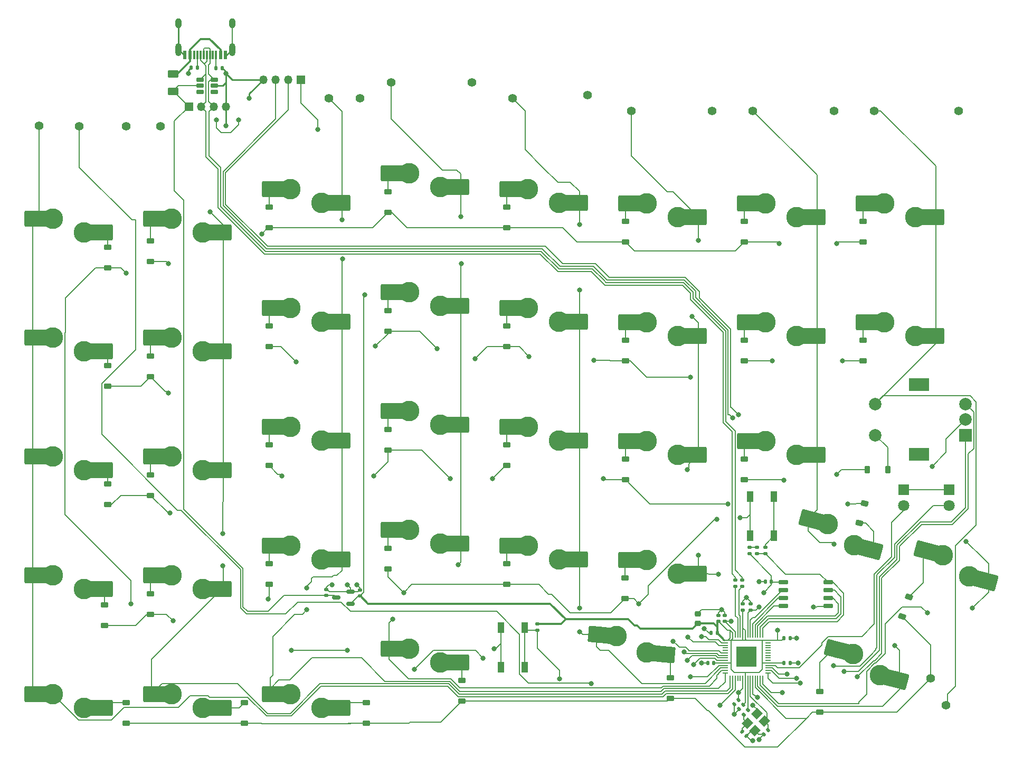
<source format=gbr>
%TF.GenerationSoftware,KiCad,Pcbnew,8.0.1-rc1*%
%TF.CreationDate,2024-04-23T13:15:56-05:00*%
%TF.ProjectId,ergomax_left,6572676f-6d61-4785-9f6c-6566742e6b69,rev?*%
%TF.SameCoordinates,Original*%
%TF.FileFunction,Copper,L2,Bot*%
%TF.FilePolarity,Positive*%
%FSLAX46Y46*%
G04 Gerber Fmt 4.6, Leading zero omitted, Abs format (unit mm)*
G04 Created by KiCad (PCBNEW 8.0.1-rc1) date 2024-04-23 13:15:56*
%MOMM*%
%LPD*%
G01*
G04 APERTURE LIST*
G04 Aperture macros list*
%AMRoundRect*
0 Rectangle with rounded corners*
0 $1 Rounding radius*
0 $2 $3 $4 $5 $6 $7 $8 $9 X,Y pos of 4 corners*
0 Add a 4 corners polygon primitive as box body*
4,1,4,$2,$3,$4,$5,$6,$7,$8,$9,$2,$3,0*
0 Add four circle primitives for the rounded corners*
1,1,$1+$1,$2,$3*
1,1,$1+$1,$4,$5*
1,1,$1+$1,$6,$7*
1,1,$1+$1,$8,$9*
0 Add four rect primitives between the rounded corners*
20,1,$1+$1,$2,$3,$4,$5,0*
20,1,$1+$1,$4,$5,$6,$7,0*
20,1,$1+$1,$6,$7,$8,$9,0*
20,1,$1+$1,$8,$9,$2,$3,0*%
%AMRotRect*
0 Rectangle, with rotation*
0 The origin of the aperture is its center*
0 $1 length*
0 $2 width*
0 $3 Rotation angle, in degrees counterclockwise*
0 Add horizontal line*
21,1,$1,$2,0,0,$3*%
G04 Aperture macros list end*
%TA.AperFunction,ComponentPad*%
%ADD10C,1.400000*%
%TD*%
%TA.AperFunction,ComponentPad*%
%ADD11C,2.000000*%
%TD*%
%TA.AperFunction,ComponentPad*%
%ADD12R,2.000000X2.000000*%
%TD*%
%TA.AperFunction,ComponentPad*%
%ADD13R,3.200000X2.000000*%
%TD*%
%TA.AperFunction,ComponentPad*%
%ADD14R,1.350000X1.350000*%
%TD*%
%TA.AperFunction,ComponentPad*%
%ADD15O,1.350000X1.350000*%
%TD*%
%TA.AperFunction,ComponentPad*%
%ADD16R,1.800000X1.800000*%
%TD*%
%TA.AperFunction,ComponentPad*%
%ADD17C,1.800000*%
%TD*%
%TA.AperFunction,SMDPad,CuDef*%
%ADD18RoundRect,0.260000X1.065000X1.040000X-1.065000X1.040000X-1.065000X-1.040000X1.065000X-1.040000X0*%
%TD*%
%TA.AperFunction,SMDPad,CuDef*%
%ADD19R,1.200000X2.600000*%
%TD*%
%TA.AperFunction,ComponentPad*%
%ADD20C,3.300000*%
%TD*%
%TA.AperFunction,SMDPad,CuDef*%
%ADD21RoundRect,0.135000X-0.185000X0.135000X-0.185000X-0.135000X0.185000X-0.135000X0.185000X0.135000X0*%
%TD*%
%TA.AperFunction,SMDPad,CuDef*%
%ADD22RoundRect,0.225000X0.375000X-0.225000X0.375000X0.225000X-0.375000X0.225000X-0.375000X-0.225000X0*%
%TD*%
%TA.AperFunction,SMDPad,CuDef*%
%ADD23R,0.600000X1.450000*%
%TD*%
%TA.AperFunction,SMDPad,CuDef*%
%ADD24R,0.300000X1.450000*%
%TD*%
%TA.AperFunction,ComponentPad*%
%ADD25O,1.000000X2.100000*%
%TD*%
%TA.AperFunction,ComponentPad*%
%ADD26O,1.000000X1.600000*%
%TD*%
%TA.AperFunction,SMDPad,CuDef*%
%ADD27RoundRect,0.135000X0.135000X0.185000X-0.135000X0.185000X-0.135000X-0.185000X0.135000X-0.185000X0*%
%TD*%
%TA.AperFunction,SMDPad,CuDef*%
%ADD28RoundRect,0.050000X0.387500X0.050000X-0.387500X0.050000X-0.387500X-0.050000X0.387500X-0.050000X0*%
%TD*%
%TA.AperFunction,SMDPad,CuDef*%
%ADD29RoundRect,0.050000X0.050000X0.387500X-0.050000X0.387500X-0.050000X-0.387500X0.050000X-0.387500X0*%
%TD*%
%TA.AperFunction,HeatsinkPad*%
%ADD30R,3.200000X3.200000*%
%TD*%
%TA.AperFunction,SMDPad,CuDef*%
%ADD31RoundRect,0.260000X-1.297883X-0.728921X0.759539X-1.280205X1.297883X0.728921X-0.759539X1.280205X0*%
%TD*%
%TA.AperFunction,SMDPad,CuDef*%
%ADD32RotRect,1.200000X2.600000X165.000000*%
%TD*%
%TA.AperFunction,SMDPad,CuDef*%
%ADD33RotRect,1.200000X2.600000X345.000000*%
%TD*%
%TA.AperFunction,SMDPad,CuDef*%
%ADD34RoundRect,0.140000X-0.170000X0.140000X-0.170000X-0.140000X0.170000X-0.140000X0.170000X0.140000X0*%
%TD*%
%TA.AperFunction,SMDPad,CuDef*%
%ADD35R,1.000000X1.700000*%
%TD*%
%TA.AperFunction,SMDPad,CuDef*%
%ADD36RotRect,1.200000X2.600000X355.000000*%
%TD*%
%TA.AperFunction,SMDPad,CuDef*%
%ADD37RoundRect,0.260000X-1.151589X-0.943222X0.970305X-1.128863X1.151589X0.943222X-0.970305X1.128863X0*%
%TD*%
%TA.AperFunction,SMDPad,CuDef*%
%ADD38RotRect,1.200000X2.600000X175.000000*%
%TD*%
%TA.AperFunction,SMDPad,CuDef*%
%ADD39RoundRect,0.135000X-0.135000X-0.185000X0.135000X-0.185000X0.135000X0.185000X-0.135000X0.185000X0*%
%TD*%
%TA.AperFunction,SMDPad,CuDef*%
%ADD40RoundRect,0.140000X0.170000X-0.140000X0.170000X0.140000X-0.170000X0.140000X-0.170000X-0.140000X0*%
%TD*%
%TA.AperFunction,SMDPad,CuDef*%
%ADD41RoundRect,0.140000X0.140000X0.170000X-0.140000X0.170000X-0.140000X-0.170000X0.140000X-0.170000X0*%
%TD*%
%TA.AperFunction,SMDPad,CuDef*%
%ADD42RoundRect,0.140000X0.021213X-0.219203X0.219203X-0.021213X-0.021213X0.219203X-0.219203X0.021213X0*%
%TD*%
%TA.AperFunction,SMDPad,CuDef*%
%ADD43RoundRect,0.250000X-0.625000X0.375000X-0.625000X-0.375000X0.625000X-0.375000X0.625000X0.375000X0*%
%TD*%
%TA.AperFunction,SMDPad,CuDef*%
%ADD44RoundRect,0.135000X0.185000X-0.135000X0.185000X0.135000X-0.185000X0.135000X-0.185000X-0.135000X0*%
%TD*%
%TA.AperFunction,SMDPad,CuDef*%
%ADD45RoundRect,0.140000X0.219203X0.021213X0.021213X0.219203X-0.219203X-0.021213X-0.021213X-0.219203X0*%
%TD*%
%TA.AperFunction,SMDPad,CuDef*%
%ADD46RoundRect,0.225000X-0.225000X-0.375000X0.225000X-0.375000X0.225000X0.375000X-0.225000X0.375000X0*%
%TD*%
%TA.AperFunction,SMDPad,CuDef*%
%ADD47RoundRect,0.135000X0.035355X-0.226274X0.226274X-0.035355X-0.035355X0.226274X-0.226274X0.035355X0*%
%TD*%
%TA.AperFunction,SMDPad,CuDef*%
%ADD48RoundRect,0.140000X-0.021213X0.219203X-0.219203X0.021213X0.021213X-0.219203X0.219203X-0.021213X0*%
%TD*%
%TA.AperFunction,SMDPad,CuDef*%
%ADD49RoundRect,0.150000X0.475000X0.150000X-0.475000X0.150000X-0.475000X-0.150000X0.475000X-0.150000X0*%
%TD*%
%TA.AperFunction,SMDPad,CuDef*%
%ADD50RoundRect,0.225000X-0.303988X0.314390X-0.420456X-0.120276X0.303988X-0.314390X0.420456X0.120276X0*%
%TD*%
%TA.AperFunction,SMDPad,CuDef*%
%ADD51RoundRect,0.150000X0.512500X0.150000X-0.512500X0.150000X-0.512500X-0.150000X0.512500X-0.150000X0*%
%TD*%
%TA.AperFunction,SMDPad,CuDef*%
%ADD52RoundRect,0.225000X0.250000X-0.225000X0.250000X0.225000X-0.250000X0.225000X-0.250000X-0.225000X0*%
%TD*%
%TA.AperFunction,SMDPad,CuDef*%
%ADD53RotRect,1.400000X1.200000X45.000000*%
%TD*%
%TA.AperFunction,SMDPad,CuDef*%
%ADD54RoundRect,0.140000X-0.140000X-0.170000X0.140000X-0.170000X0.140000X0.170000X-0.140000X0.170000X0*%
%TD*%
%TA.AperFunction,SMDPad,CuDef*%
%ADD55RoundRect,0.150000X0.650000X0.150000X-0.650000X0.150000X-0.650000X-0.150000X0.650000X-0.150000X0*%
%TD*%
%TA.AperFunction,SMDPad,CuDef*%
%ADD56RoundRect,0.225000X0.275430X-0.339688X0.429339X0.083173X-0.275430X0.339688X-0.429339X-0.083173X0*%
%TD*%
%TA.AperFunction,ViaPad*%
%ADD57C,0.800000*%
%TD*%
%TA.AperFunction,Conductor*%
%ADD58C,0.200000*%
%TD*%
%TA.AperFunction,Conductor*%
%ADD59C,0.250000*%
%TD*%
%TA.AperFunction,Conductor*%
%ADD60C,0.300000*%
%TD*%
G04 APERTURE END LIST*
D10*
%TO.P,XC4,1,Pin_1*%
%TO.N,C4*%
X99500000Y-35500000D03*
%TD*%
%TO.P,XC8,1,Pin_1*%
%TO.N,C8*%
X177000000Y-40000000D03*
%TD*%
%TO.P,XR8,1,Pin_1*%
%TO.N,R1*%
X190500000Y-40000000D03*
%TD*%
%TO.P,XC9,1,Pin_1*%
%TO.N,C8*%
X188500000Y-135250000D03*
%TD*%
%TO.P,XR2,1,Pin_1*%
%TO.N,R1*%
X62500000Y-42500000D03*
%TD*%
%TO.P,XC3,1,Pin_1*%
%TO.N,C3*%
X89500000Y-38000000D03*
%TD*%
%TO.P,XC5,1,Pin_1*%
%TO.N,C5*%
X119000000Y-38000000D03*
%TD*%
%TO.P,XR4,1,Pin_1*%
%TO.N,R1*%
X112500000Y-35500000D03*
%TD*%
%TO.P,XR3,1,Pin_1*%
%TO.N,R1*%
X94500000Y-38000000D03*
%TD*%
%TO.P,XR7,1,Pin_1*%
%TO.N,R1*%
X170500000Y-40000000D03*
%TD*%
%TO.P,XC1,1,Pin_1*%
%TO.N,C1*%
X43000000Y-42446388D03*
%TD*%
%TO.P,XC2,1,Pin_1*%
%TO.N,C2*%
X57000000Y-42500000D03*
%TD*%
%TO.P,XC7,1,Pin_1*%
%TO.N,C7*%
X157500000Y-40000000D03*
%TD*%
D11*
%TO.P,RE1,A,A*%
%TO.N,en_A*%
X191649997Y-87000011D03*
D12*
%TO.P,RE1,B,B*%
%TO.N,en_B*%
X191649997Y-92000014D03*
D11*
%TO.P,RE1,C,C*%
%TO.N,GND*%
X191649997Y-89500018D03*
D13*
%TO.P,RE1,MP*%
%TO.N,N/C*%
X184149997Y-95100014D03*
X184149995Y-83900009D03*
D11*
%TO.P,RE1,S1,S1*%
%TO.N,C8*%
X177149994Y-87000018D03*
%TO.P,RE1,S2,S2*%
%TO.N,Net-(D37-A)*%
X177149997Y-92000018D03*
%TD*%
D14*
%TO.P,J2,1,Pin_1*%
%TO.N,+5V*%
X67043765Y-39318552D03*
D15*
%TO.P,J2,2,Pin_2*%
%TO.N,D-*%
X69043765Y-39318552D03*
%TO.P,J2,3,Pin_3*%
%TO.N,D+*%
X71043765Y-39318552D03*
%TO.P,J2,4,Pin_4*%
%TO.N,GND*%
X73043765Y-39318552D03*
%TD*%
D10*
%TO.P,XC6,1,Pin_1*%
%TO.N,C6*%
X138000000Y-40000000D03*
%TD*%
%TO.P,XR5,1,Pin_1*%
%TO.N,R1*%
X131000000Y-37500000D03*
%TD*%
%TO.P,XR1,1,Pin_1*%
%TO.N,R1*%
X49500000Y-42500000D03*
%TD*%
%TO.P,XR6,1,Pin_1*%
%TO.N,R1*%
X151000000Y-40000000D03*
%TD*%
D16*
%TO.P,LED2,1,K*%
%TO.N,GND*%
X189000003Y-100724996D03*
D17*
%TO.P,LED2,2,A*%
%TO.N,LED2*%
X189000003Y-103264997D03*
%TD*%
D10*
%TO.P,XR9,1,Pin_1*%
%TO.N,R6*%
X186000000Y-131000000D03*
%TD*%
D16*
%TO.P,LED1,1,K*%
%TO.N,GND*%
X181750002Y-100724999D03*
D17*
%TO.P,LED1,2,A*%
%TO.N,LED1*%
X181750001Y-103264997D03*
%TD*%
D18*
%TO.P,SW14,1,1*%
%TO.N,C8*%
X186840000Y-76073500D03*
D19*
X185145000Y-76073500D03*
D20*
X183595000Y-76073500D03*
%TO.P,SW14,2,2*%
%TO.N,Net-(D14-A)*%
X178595000Y-73873500D03*
D19*
X177045000Y-73873500D03*
D18*
X175350000Y-73873500D03*
%TD*%
D21*
%TO.P,R4,1*%
%TO.N,Net-(R4-Pad1)*%
X157000000Y-109990000D03*
%TO.P,R4,2*%
%TO.N,+3V3*%
X157000000Y-111010000D03*
%TD*%
D20*
%TO.P,SW15,1,1*%
%TO.N,C1*%
X45245000Y-76350000D03*
D19*
X43695000Y-76350000D03*
D18*
X42000000Y-76350000D03*
%TO.P,SW15,2,2*%
%TO.N,Net-(D15-A)*%
X53490000Y-78550000D03*
D19*
X51795000Y-78550000D03*
D20*
X50245000Y-78550000D03*
%TD*%
D22*
%TO.P,D20,1,K*%
%TO.N,R4*%
X137100003Y-99162500D03*
%TO.P,D20,2,A*%
%TO.N,Net-(D20-A)*%
X137100003Y-95862500D03*
%TD*%
D18*
%TO.P,SW29,1,1*%
%TO.N,C2*%
X72540000Y-116650000D03*
D19*
X70845000Y-116650000D03*
D20*
X69295000Y-116650000D03*
%TO.P,SW29,2,2*%
%TO.N,Net-(D29-A)*%
X64295000Y-114450000D03*
D19*
X62745000Y-114450000D03*
D18*
X61050000Y-114450000D03*
%TD*%
%TO.P,SW33,1,1*%
%TO.N,Net-(D33-A)*%
X53490000Y-135700000D03*
D19*
X51795000Y-135700000D03*
D20*
X50245000Y-135700000D03*
%TO.P,SW33,2,2*%
%TO.N,C1*%
X45245000Y-133500000D03*
D19*
X43695000Y-133500000D03*
D18*
X42000000Y-133500000D03*
%TD*%
D23*
%TO.P,J1,A1,GND*%
%TO.N,GND*%
X66429999Y-31095000D03*
%TO.P,J1,A4,VBUS*%
%TO.N,VBUS*%
X67230000Y-31094998D03*
D24*
%TO.P,J1,A5,CC1*%
%TO.N,Net-(J1-CC1)*%
X68430002Y-31094996D03*
%TO.P,J1,A6,D+*%
%TO.N,D+*%
X69430002Y-31094997D03*
%TO.P,J1,A7,D-*%
%TO.N,D-*%
X69930001Y-31094999D03*
%TO.P,J1,A8,SBU1*%
%TO.N,unconnected-(J1-SBU1-PadA8)*%
X70930001Y-31094995D03*
D23*
%TO.P,J1,A9,VBUS*%
%TO.N,VBUS*%
X72130000Y-31094998D03*
%TO.P,J1,A12,GND*%
%TO.N,GND*%
X72930002Y-31094998D03*
%TO.P,J1,B1,GND*%
X72930002Y-31094998D03*
%TO.P,J1,B4,VBUS*%
%TO.N,VBUS*%
X72130000Y-31094998D03*
D24*
%TO.P,J1,B5,CC2*%
%TO.N,Net-(J1-CC2)*%
X71429998Y-31094998D03*
%TO.P,J1,B6,D+*%
%TO.N,D+*%
X70430003Y-31094996D03*
%TO.P,J1,B7,D-*%
%TO.N,D-*%
X68930000Y-31094998D03*
%TO.P,J1,B8,SBU2*%
%TO.N,unconnected-(J1-SBU2-PadB8)*%
X67929999Y-31094999D03*
D23*
%TO.P,J1,B9,VBUS*%
%TO.N,VBUS*%
X67230000Y-31094998D03*
%TO.P,J1,B12,GND*%
%TO.N,GND*%
X66429999Y-31095000D03*
D25*
%TO.P,J1,S1,SHIELD*%
X65359999Y-30179999D03*
D26*
X65360000Y-25999998D03*
D25*
X74000000Y-30179998D03*
D26*
X74000002Y-25999998D03*
%TD*%
D18*
%TO.P,SW10,1,1*%
%TO.N,C3*%
X91590000Y-73787499D03*
D19*
X89895000Y-73787499D03*
D20*
X88345000Y-73787499D03*
%TO.P,SW10,2,2*%
%TO.N,Net-(D10-A)*%
X83345000Y-71587499D03*
D19*
X81795000Y-71587499D03*
D18*
X80100000Y-71587499D03*
%TD*%
%TO.P,SW27,1,1*%
%TO.N,C6*%
X148740000Y-114173500D03*
D19*
X147045000Y-114173500D03*
D20*
X145495000Y-114173500D03*
%TO.P,SW27,2,2*%
%TO.N,Net-(D27-A)*%
X140495000Y-111973500D03*
D19*
X138945000Y-111973500D03*
D18*
X137250000Y-111973500D03*
%TD*%
D22*
%TO.P,D12,1,K*%
%TO.N,R3*%
X137100003Y-80112500D03*
%TO.P,D12,2,A*%
%TO.N,Net-(D12-A)*%
X137100003Y-76812500D03*
%TD*%
%TO.P,D15,1,K*%
%TO.N,R3*%
X54000000Y-84150000D03*
%TO.P,D15,2,A*%
%TO.N,Net-(D15-A)*%
X54000000Y-80850000D03*
%TD*%
D27*
%TO.P,R1,1*%
%TO.N,Net-(J1-CC1)*%
X68435685Y-33114561D03*
%TO.P,R1,2*%
%TO.N,GND*%
X67415685Y-33114561D03*
%TD*%
D18*
%TO.P,SW8,1,1*%
%TO.N,C2*%
X72540000Y-59499999D03*
D19*
X70845000Y-59499999D03*
D20*
X69295000Y-59499999D03*
%TO.P,SW8,2,2*%
%TO.N,Net-(D8-A)*%
X64295000Y-57299999D03*
D19*
X62745000Y-57299999D03*
D18*
X61050000Y-57299999D03*
%TD*%
%TO.P,SW2,1,1*%
%TO.N,C3*%
X91590000Y-54737499D03*
D19*
X89895000Y-54737499D03*
D20*
X88345000Y-54737499D03*
%TO.P,SW2,2,2*%
%TO.N,Net-(D2-A)*%
X83345000Y-52537499D03*
D19*
X81795000Y-52537499D03*
D18*
X80100000Y-52537499D03*
%TD*%
%TO.P,SW35,1,1*%
%TO.N,Net-(D35-A)*%
X91590000Y-135700000D03*
D19*
X89895000Y-135700000D03*
D20*
X88345000Y-135700000D03*
%TO.P,SW35,2,2*%
%TO.N,C3*%
X83345000Y-133500000D03*
D19*
X81795000Y-133500000D03*
D18*
X80100000Y-133500000D03*
%TD*%
D28*
%TO.P,U3,1,IOVDD*%
%TO.N,+3V3*%
X159937500Y-124900000D03*
%TO.P,U3,2,GPIO0*%
%TO.N,unconnected-(U3-GPIO0-Pad2)*%
X159937500Y-125300000D03*
%TO.P,U3,3,GPIO1*%
%TO.N,unconnected-(U3-GPIO1-Pad3)*%
X159937500Y-125700000D03*
%TO.P,U3,4,GPIO2*%
%TO.N,unconnected-(U3-GPIO2-Pad4)*%
X159937500Y-126100000D03*
%TO.P,U3,5,GPIO3*%
%TO.N,unconnected-(U3-GPIO3-Pad5)*%
X159937500Y-126500000D03*
%TO.P,U3,6,GPIO4*%
%TO.N,unconnected-(U3-GPIO4-Pad6)*%
X159937500Y-126900000D03*
%TO.P,U3,7,GPIO5*%
%TO.N,unconnected-(U3-GPIO5-Pad7)*%
X159937500Y-127300000D03*
%TO.P,U3,8,GPIO6*%
%TO.N,unconnected-(U3-GPIO6-Pad8)*%
X159937500Y-127700000D03*
%TO.P,U3,9,GPIO7*%
%TO.N,unconnected-(U3-GPIO7-Pad9)*%
X159937500Y-128100000D03*
%TO.P,U3,10,IOVDD*%
%TO.N,+3V3*%
X159937500Y-128500000D03*
%TO.P,U3,11,GPIO8*%
%TO.N,LED1*%
X159937500Y-128900000D03*
%TO.P,U3,12,GPIO9*%
%TO.N,LED2*%
X159937500Y-129300000D03*
%TO.P,U3,13,GPIO10*%
%TO.N,en_B*%
X159937500Y-129700000D03*
%TO.P,U3,14,GPIO11*%
%TO.N,en_A*%
X159937500Y-130100000D03*
D29*
%TO.P,U3,15,GPIO12*%
%TO.N,C8*%
X159100000Y-130937500D03*
%TO.P,U3,16,GPIO13*%
%TO.N,C7*%
X158700000Y-130937500D03*
%TO.P,U3,17,GPIO14*%
%TO.N,C6*%
X158300000Y-130937500D03*
%TO.P,U3,18,GPIO15*%
%TO.N,R6*%
X157900000Y-130937500D03*
%TO.P,U3,19,TESTEN*%
%TO.N,GND*%
X157500000Y-130937500D03*
%TO.P,U3,20,XIN*%
%TO.N,XIN*%
X157100000Y-130937500D03*
%TO.P,U3,21,XOUT*%
%TO.N,XOUT*%
X156700000Y-130937500D03*
%TO.P,U3,22,IOVDD*%
%TO.N,+3V3*%
X156300000Y-130937500D03*
%TO.P,U3,23,DVDD*%
%TO.N,+1V1*%
X155900000Y-130937500D03*
%TO.P,U3,24,SWCLK*%
%TO.N,SWC*%
X155500000Y-130937500D03*
%TO.P,U3,25,SWD*%
%TO.N,SWD*%
X155100000Y-130937500D03*
%TO.P,U3,26,RUN*%
%TO.N,RESET*%
X154700000Y-130937500D03*
%TO.P,U3,27,GPIO16*%
%TO.N,C1*%
X154300000Y-130937500D03*
%TO.P,U3,28,GPIO17*%
%TO.N,C2*%
X153900000Y-130937500D03*
D28*
%TO.P,U3,29,GPIO18*%
%TO.N,C3*%
X153062500Y-130100000D03*
%TO.P,U3,30,GPIO19*%
%TO.N,C4*%
X153062500Y-129700000D03*
%TO.P,U3,31,GPIO20*%
%TO.N,C5*%
X153062500Y-129300000D03*
%TO.P,U3,32,GPIO21*%
%TO.N,R1*%
X153062500Y-128900000D03*
%TO.P,U3,33,IOVDD*%
%TO.N,+3V3*%
X153062500Y-128500000D03*
%TO.P,U3,34,GPIO22*%
%TO.N,R2*%
X153062500Y-128100000D03*
%TO.P,U3,35,GPIO23*%
%TO.N,R3*%
X153062500Y-127700000D03*
%TO.P,U3,36,GPIO24*%
%TO.N,R4*%
X153062500Y-127300000D03*
%TO.P,U3,37,GPIO25*%
%TO.N,R5*%
X153062500Y-126900000D03*
%TO.P,U3,38,GPIO26_ADC0*%
%TO.N,unconnected-(U3-GPIO26_ADC0-Pad38)*%
X153062500Y-126500000D03*
%TO.P,U3,39,GPIO27_ADC1*%
%TO.N,unconnected-(U3-GPIO27_ADC1-Pad39)*%
X153062500Y-126100000D03*
%TO.P,U3,40,GPIO28_ADC2*%
%TO.N,RX0*%
X153062500Y-125700000D03*
%TO.P,U3,41,GPIO29_ADC3*%
%TO.N,TX0*%
X153062500Y-125300000D03*
%TO.P,U3,42,IOVDD*%
%TO.N,+3V3*%
X153062500Y-124900000D03*
D29*
%TO.P,U3,43,ADC_AVDD*%
X153900000Y-124062500D03*
%TO.P,U3,44,VREG_IN*%
X154300000Y-124062500D03*
%TO.P,U3,45,VREG_VOUT*%
%TO.N,+1V1*%
X154700000Y-124062500D03*
%TO.P,U3,46,USB_DM*%
%TO.N,Net-(U3-USB_DM)*%
X155100000Y-124062500D03*
%TO.P,U3,47,USB_DP*%
%TO.N,Net-(U3-USB_DP)*%
X155500000Y-124062500D03*
%TO.P,U3,48,USB_VDD*%
%TO.N,+3V3*%
X155900000Y-124062500D03*
%TO.P,U3,49,IOVDD*%
X156300000Y-124062500D03*
%TO.P,U3,50,DVDD*%
%TO.N,+1V1*%
X156700000Y-124062500D03*
%TO.P,U3,51,QSPI_SD3*%
%TO.N,Q_IO3*%
X157100000Y-124062500D03*
%TO.P,U3,52,QSPI_SCLK*%
%TO.N,Q_CLK*%
X157500000Y-124062500D03*
%TO.P,U3,53,QSPI_SD0*%
%TO.N,Q_IO0*%
X157900000Y-124062500D03*
%TO.P,U3,54,QSPI_SD2*%
%TO.N,Q_IO2*%
X158300000Y-124062500D03*
%TO.P,U3,55,QSPI_SD1*%
%TO.N,Q_IO1*%
X158700000Y-124062500D03*
%TO.P,U3,56,QSPI_SS*%
%TO.N,Q_SEL*%
X159100000Y-124062500D03*
D30*
%TO.P,U3,57,GND*%
%TO.N,GND*%
X156500000Y-127500000D03*
%TD*%
D22*
%TO.P,D21,1,K*%
%TO.N,R4*%
X156150003Y-99162500D03*
%TO.P,D21,2,A*%
%TO.N,Net-(D21-A)*%
X156150003Y-95862500D03*
%TD*%
%TO.P,D29,1,K*%
%TO.N,R5*%
X60900003Y-120689000D03*
%TO.P,D29,2,A*%
%TO.N,Net-(D29-A)*%
X60900003Y-117389000D03*
%TD*%
%TO.P,D24,1,K*%
%TO.N,R5*%
X99000003Y-113450000D03*
%TO.P,D24,2,A*%
%TO.N,Net-(D24-A)*%
X99000003Y-110150000D03*
%TD*%
D31*
%TO.P,SW31,1,1*%
%TO.N,Net-(D31-A)*%
X184842510Y-110370599D03*
D32*
X186479754Y-110809297D03*
D20*
X187976939Y-111210466D03*
%TO.P,SW31,2,2*%
%TO.N,C7*%
X192237167Y-114629598D03*
D33*
X193734352Y-115030768D03*
D31*
X195371596Y-115469466D03*
%TD*%
D18*
%TO.P,SW11,1,1*%
%TO.N,C5*%
X129690000Y-73787499D03*
D19*
X127995000Y-73787499D03*
D20*
X126445000Y-73787499D03*
%TO.P,SW11,2,2*%
%TO.N,Net-(D11-A)*%
X121445000Y-71587499D03*
D19*
X119895000Y-71587499D03*
D18*
X118200000Y-71587499D03*
%TD*%
%TO.P,SW5,1,1*%
%TO.N,C7*%
X167790000Y-57023500D03*
D19*
X166095000Y-57023500D03*
D20*
X164545000Y-57023500D03*
%TO.P,SW5,2,2*%
%TO.N,Net-(D5-A)*%
X159545000Y-54823500D03*
D19*
X157995000Y-54823500D03*
D18*
X156300000Y-54823500D03*
%TD*%
D22*
%TO.P,D34,1,K*%
%TO.N,R6*%
X75999999Y-138150000D03*
%TO.P,D34,2,A*%
%TO.N,Net-(D34-A)*%
X76000001Y-134850000D03*
%TD*%
D18*
%TO.P,SW6,1,1*%
%TO.N,C8*%
X186840000Y-57023500D03*
D19*
X185145000Y-57023500D03*
D20*
X183595000Y-57023500D03*
%TO.P,SW6,2,2*%
%TO.N,Net-(D6-A)*%
X178595000Y-54823500D03*
D19*
X177045000Y-54823500D03*
D18*
X175350000Y-54823500D03*
%TD*%
D22*
%TO.P,D16,1,K*%
%TO.N,R3*%
X60900003Y-82589000D03*
%TO.P,D16,2,A*%
%TO.N,Net-(D16-A)*%
X60900003Y-79289000D03*
%TD*%
D18*
%TO.P,SW16,1,1*%
%TO.N,C2*%
X72540000Y-78550000D03*
D19*
X70845000Y-78550000D03*
D20*
X69295000Y-78550000D03*
%TO.P,SW16,2,2*%
%TO.N,Net-(D16-A)*%
X64295000Y-76350000D03*
D19*
X62745000Y-76350000D03*
D18*
X61050000Y-76350000D03*
%TD*%
D34*
%TO.P,C15,1*%
%TO.N,GND*%
X157204713Y-119045815D03*
%TO.P,C15,2*%
%TO.N,+1V1*%
X157204711Y-120005813D03*
%TD*%
D35*
%TO.P,BOOT1,1,1*%
%TO.N,GND*%
X157099993Y-101849995D03*
X157100004Y-108149995D03*
%TO.P,BOOT1,2,2*%
%TO.N,Net-(BOOT1-Pad2)*%
X160899996Y-101850005D03*
X160900007Y-108150005D03*
%TD*%
D22*
%TO.P,D27,1,K*%
%TO.N,R5*%
X136999999Y-118212505D03*
%TO.P,D27,2,A*%
%TO.N,Net-(D27-A)*%
X137000001Y-114912495D03*
%TD*%
D20*
%TO.P,SW36,1,1*%
%TO.N,Net-(D36-A)*%
X140445167Y-126858159D03*
D36*
X141989267Y-126993246D03*
D37*
X143677818Y-127140986D03*
%TO.P,SW36,2,2*%
%TO.N,C5*%
X132423284Y-123947932D03*
D38*
X134111824Y-124095656D03*
D20*
X135655927Y-124230751D03*
%TD*%
%TO.P,SW28,1,1*%
%TO.N,C1*%
X45245000Y-114450000D03*
D19*
X43695000Y-114450000D03*
D18*
X42000000Y-114450000D03*
%TO.P,SW28,2,2*%
%TO.N,Net-(D28-A)*%
X53490000Y-116650000D03*
D19*
X51795000Y-116650000D03*
D20*
X50245000Y-116650000D03*
%TD*%
D18*
%TO.P,SW21,1,1*%
%TO.N,C7*%
X167790000Y-95123500D03*
D19*
X166095000Y-95123500D03*
D20*
X164545000Y-95123500D03*
%TO.P,SW21,2,2*%
%TO.N,Net-(D21-A)*%
X159545000Y-92923500D03*
D19*
X157995000Y-92923500D03*
D18*
X156300000Y-92923500D03*
%TD*%
D22*
%TO.P,D17,1,K*%
%TO.N,R4*%
X99000003Y-94400000D03*
%TO.P,D17,2,A*%
%TO.N,Net-(D17-A)*%
X99000003Y-91100000D03*
%TD*%
D18*
%TO.P,SW34,1,1*%
%TO.N,Net-(D34-A)*%
X72540000Y-135700000D03*
D19*
X70845000Y-135700000D03*
D20*
X69295000Y-135700000D03*
%TO.P,SW34,2,2*%
%TO.N,C2*%
X64295000Y-133500000D03*
D19*
X62745000Y-133500000D03*
D18*
X61050000Y-133500000D03*
%TD*%
D31*
%TO.P,SW38,1,1*%
%TO.N,Net-(D38-A)*%
X170470912Y-126240999D03*
D32*
X172108156Y-126679697D03*
D20*
X173605341Y-127080866D03*
%TO.P,SW38,2,2*%
%TO.N,C6*%
X177865569Y-130499998D03*
D33*
X179362754Y-130901168D03*
D31*
X180999998Y-131339866D03*
%TD*%
D22*
%TO.P,D23,1,K*%
%TO.N,R4*%
X60900003Y-101639000D03*
%TO.P,D23,2,A*%
%TO.N,Net-(D23-A)*%
X60900003Y-98339000D03*
%TD*%
D20*
%TO.P,SW22,1,1*%
%TO.N,C1*%
X45245000Y-95400000D03*
D19*
X43695000Y-95400000D03*
D18*
X42000000Y-95400000D03*
%TO.P,SW22,2,2*%
%TO.N,Net-(D22-A)*%
X53490000Y-97600000D03*
D19*
X51795000Y-97600000D03*
D20*
X50245000Y-97600000D03*
%TD*%
D39*
%TO.P,R2,1*%
%TO.N,Net-(J1-CC2)*%
X71429659Y-33144076D03*
%TO.P,R2,2*%
%TO.N,GND*%
X72449659Y-33144076D03*
%TD*%
D18*
%TO.P,SW3,1,1*%
%TO.N,C5*%
X129690000Y-54737499D03*
D19*
X127995000Y-54737499D03*
D20*
X126445000Y-54737499D03*
%TO.P,SW3,2,2*%
%TO.N,Net-(D3-A)*%
X121445000Y-52537499D03*
D19*
X119895000Y-52537499D03*
D18*
X118200000Y-52537499D03*
%TD*%
D40*
%TO.P,C11,1*%
%TO.N,+3V3*%
X151999998Y-121856772D03*
%TO.P,C11,2*%
%TO.N,GND*%
X152000002Y-120896774D03*
%TD*%
D41*
%TO.P,C6,1*%
%TO.N,+3V3*%
X151800000Y-123700000D03*
%TO.P,C6,2*%
%TO.N,GND*%
X150840000Y-123700000D03*
%TD*%
D22*
%TO.P,D26,1,K*%
%TO.N,R5*%
X118050003Y-115926500D03*
%TO.P,D26,2,A*%
%TO.N,Net-(D26-A)*%
X118050003Y-112626500D03*
%TD*%
D18*
%TO.P,SW1,1,1*%
%TO.N,C4*%
X110640000Y-52261000D03*
D19*
X108945000Y-52261000D03*
D20*
X107395000Y-52261000D03*
%TO.P,SW1,2,2*%
%TO.N,Net-(D1-A)*%
X102395000Y-50061000D03*
D19*
X100845000Y-50061000D03*
D18*
X99150000Y-50061000D03*
%TD*%
D31*
%TO.P,SW30,1,1*%
%TO.N,C7*%
X166365571Y-105412874D03*
D32*
X168002815Y-105851572D03*
D20*
X169500000Y-106252741D03*
%TO.P,SW30,2,2*%
%TO.N,Net-(D30-A)*%
X173760228Y-109671873D03*
D33*
X175257413Y-110073043D03*
D31*
X176894657Y-110511741D03*
%TD*%
D18*
%TO.P,SW23,1,1*%
%TO.N,C2*%
X72540000Y-97600000D03*
D19*
X70845000Y-97600000D03*
D20*
X69295000Y-97600000D03*
%TO.P,SW23,2,2*%
%TO.N,Net-(D23-A)*%
X64295000Y-95400000D03*
D19*
X62745000Y-95400000D03*
D18*
X61050000Y-95400000D03*
%TD*%
D40*
%TO.P,C2,1*%
%TO.N,+3V3*%
X94507448Y-117754044D03*
%TO.P,C2,2*%
%TO.N,GND*%
X94507452Y-116794046D03*
%TD*%
D18*
%TO.P,SW26,1,1*%
%TO.N,C5*%
X129690000Y-111887500D03*
D19*
X127995000Y-111887500D03*
D20*
X126445000Y-111887500D03*
%TO.P,SW26,2,2*%
%TO.N,Net-(D26-A)*%
X121445000Y-109687500D03*
D19*
X119895000Y-109687500D03*
D18*
X118200000Y-109687500D03*
%TD*%
D22*
%TO.P,D2,1,K*%
%TO.N,R2*%
X79950003Y-58776499D03*
%TO.P,D2,2,A*%
%TO.N,Net-(D2-A)*%
X79950003Y-55476499D03*
%TD*%
D21*
%TO.P,R9,1*%
%TO.N,D-*%
X154750000Y-115249108D03*
%TO.P,R9,2*%
%TO.N,Net-(U3-USB_DM)*%
X154750000Y-116269108D03*
%TD*%
D42*
%TO.P,C3,1*%
%TO.N,GND*%
X159260460Y-139954563D03*
%TO.P,C3,2*%
%TO.N,XIN*%
X159939288Y-139275737D03*
%TD*%
D22*
%TO.P,D22,1,K*%
%TO.N,R4*%
X54000000Y-103150000D03*
%TO.P,D22,2,A*%
%TO.N,Net-(D22-A)*%
X54000000Y-99850000D03*
%TD*%
D21*
%TO.P,R8,1*%
%TO.N,D+*%
X155814639Y-115249108D03*
%TO.P,R8,2*%
%TO.N,Net-(U3-USB_DP)*%
X155814639Y-116269108D03*
%TD*%
D22*
%TO.P,D7,1,K*%
%TO.N,R2*%
X54000000Y-65150000D03*
%TO.P,D7,2,A*%
%TO.N,Net-(D7-A)*%
X54000000Y-61850000D03*
%TD*%
D21*
%TO.P,R6,1*%
%TO.N,Net-(BOOT1-Pad2)*%
X159500000Y-109990000D03*
%TO.P,R6,2*%
%TO.N,Q_SEL*%
X159500000Y-111010000D03*
%TD*%
D22*
%TO.P,D6,1,K*%
%TO.N,R2*%
X175200003Y-61062500D03*
%TO.P,D6,2,A*%
%TO.N,Net-(D6-A)*%
X175200003Y-57762500D03*
%TD*%
D43*
%TO.P,F1,1*%
%TO.N,VBUS*%
X64500000Y-34100000D03*
%TO.P,F1,2*%
%TO.N,+5V*%
X64500000Y-36900000D03*
%TD*%
D44*
%TO.P,R3,1*%
%TO.N,RESET*%
X123000000Y-123260000D03*
%TO.P,R3,2*%
%TO.N,+3V3*%
X123000000Y-122240000D03*
%TD*%
D22*
%TO.P,D1,1,K*%
%TO.N,R2*%
X99000006Y-56300000D03*
%TO.P,D1,2,A*%
%TO.N,Net-(D1-A)*%
X99000000Y-53000000D03*
%TD*%
D40*
%TO.P,C12,1*%
%TO.N,+3V3*%
X155904660Y-120026598D03*
%TO.P,C12,2*%
%TO.N,GND*%
X155904664Y-119066600D03*
%TD*%
D22*
%TO.P,D14,1,K*%
%TO.N,R3*%
X175200006Y-80112502D03*
%TO.P,D14,2,A*%
%TO.N,Net-(D14-A)*%
X175200000Y-76812498D03*
%TD*%
D45*
%TO.P,C4,1*%
%TO.N,GND*%
X156456357Y-140229537D03*
%TO.P,C4,2*%
%TO.N,Net-(C4-Pad2)*%
X155777527Y-139550699D03*
%TD*%
D22*
%TO.P,D38,1,K*%
%TO.N,R6*%
X168249998Y-136400003D03*
%TO.P,D38,2,A*%
%TO.N,Net-(D38-A)*%
X168250002Y-133099997D03*
%TD*%
D18*
%TO.P,SW32,1,1*%
%TO.N,Net-(D32-A)*%
X110640000Y-128461000D03*
D19*
X108945000Y-128461000D03*
D20*
X107395000Y-128461000D03*
%TO.P,SW32,2,2*%
%TO.N,C4*%
X102395000Y-126261000D03*
D19*
X100845000Y-126261000D03*
D18*
X99150000Y-126261000D03*
%TD*%
D46*
%TO.P,D37,1,K*%
%TO.N,R4*%
X175850000Y-97499998D03*
%TO.P,D37,2,A*%
%TO.N,Net-(D37-A)*%
X179150000Y-97500002D03*
%TD*%
D22*
%TO.P,D35,1,K*%
%TO.N,R6*%
X95499996Y-138150002D03*
%TO.P,D35,2,A*%
%TO.N,Net-(D35-A)*%
X95500004Y-134849998D03*
%TD*%
%TO.P,D9,1,K*%
%TO.N,R3*%
X99000003Y-75350000D03*
%TO.P,D9,2,A*%
%TO.N,Net-(D9-A)*%
X99000003Y-72050000D03*
%TD*%
D41*
%TO.P,C7,1*%
%TO.N,+3V3*%
X151230000Y-128498855D03*
%TO.P,C7,2*%
%TO.N,GND*%
X150270000Y-128498855D03*
%TD*%
D47*
%TO.P,R7,1*%
%TO.N,Net-(C4-Pad2)*%
X156051773Y-136784244D03*
%TO.P,R7,2*%
%TO.N,XOUT*%
X156773025Y-136062996D03*
%TD*%
D48*
%TO.P,C10,1*%
%TO.N,+3V3*%
X155960365Y-135160590D03*
%TO.P,C10,2*%
%TO.N,GND*%
X155281543Y-135839410D03*
%TD*%
D49*
%TO.P,U2,1,IO1*%
%TO.N,D+*%
X71174999Y-35050001D03*
%TO.P,U2,2,VN*%
%TO.N,GND*%
X71175000Y-36000000D03*
%TO.P,U2,3,IO2*%
%TO.N,unconnected-(U2-IO2-Pad3)*%
X71175001Y-36949999D03*
%TO.P,U2,4,IO3*%
%TO.N,unconnected-(U2-IO3-Pad4)*%
X68825001Y-36949999D03*
%TO.P,U2,5,VP*%
%TO.N,+5V*%
X68825000Y-36000000D03*
%TO.P,U2,6,IO4*%
%TO.N,D-*%
X68824999Y-35050001D03*
%TD*%
D50*
%TO.P,D30,1,K*%
%TO.N,R5*%
X175427049Y-102906222D03*
%TO.P,D30,2,A*%
%TO.N,Net-(D30-A)*%
X174572951Y-106093778D03*
%TD*%
D51*
%TO.P,U1,1,GND*%
%TO.N,GND*%
X93000000Y-117100000D03*
%TO.P,U1,2,VO*%
%TO.N,+3V3*%
X93000000Y-119000000D03*
%TO.P,U1,3,VI*%
%TO.N,+5V*%
X90725000Y-118050000D03*
%TD*%
D22*
%TO.P,D32,1,K*%
%TO.N,R6*%
X110838615Y-134642999D03*
%TO.P,D32,2,A*%
%TO.N,Net-(D32-A)*%
X110838623Y-131342995D03*
%TD*%
%TO.P,D5,1,K*%
%TO.N,R2*%
X156150003Y-61062500D03*
%TO.P,D5,2,A*%
%TO.N,Net-(D5-A)*%
X156150003Y-57762500D03*
%TD*%
D18*
%TO.P,SW18,1,1*%
%TO.N,C3*%
X91590000Y-92837500D03*
D19*
X89895000Y-92837500D03*
D20*
X88345000Y-92837500D03*
%TO.P,SW18,2,2*%
%TO.N,Net-(D18-A)*%
X83345000Y-90637500D03*
D19*
X81795000Y-90637500D03*
D18*
X80100000Y-90637500D03*
%TD*%
D22*
%TO.P,D25,1,K*%
%TO.N,R5*%
X79950003Y-115926500D03*
%TO.P,D25,2,A*%
%TO.N,Net-(D25-A)*%
X79950003Y-112626500D03*
%TD*%
%TO.P,D3,1,K*%
%TO.N,R2*%
X118050003Y-58776499D03*
%TO.P,D3,2,A*%
%TO.N,Net-(D3-A)*%
X118050003Y-55476499D03*
%TD*%
%TO.P,D8,1,K*%
%TO.N,R2*%
X60900005Y-64149999D03*
%TO.P,D8,2,A*%
%TO.N,Net-(D8-A)*%
X60900001Y-60850001D03*
%TD*%
D40*
%TO.P,C1,1*%
%TO.N,+5V*%
X89088994Y-117702682D03*
%TO.P,C1,2*%
%TO.N,GND*%
X89088996Y-116742684D03*
%TD*%
D18*
%TO.P,SW4,1,1*%
%TO.N,C6*%
X148740000Y-57023500D03*
D19*
X147045000Y-57023500D03*
D20*
X145495000Y-57023500D03*
%TO.P,SW4,2,2*%
%TO.N,Net-(D4-A)*%
X140495000Y-54823500D03*
D19*
X138945000Y-54823500D03*
D18*
X137250000Y-54823500D03*
%TD*%
D22*
%TO.P,D28,1,K*%
%TO.N,R5*%
X53500000Y-122500000D03*
%TO.P,D28,2,A*%
%TO.N,Net-(D28-A)*%
X53500000Y-119200000D03*
%TD*%
D18*
%TO.P,SW25,1,1*%
%TO.N,C3*%
X91590000Y-111887500D03*
D19*
X89895000Y-111887500D03*
D20*
X88345000Y-111887500D03*
%TO.P,SW25,2,2*%
%TO.N,Net-(D25-A)*%
X83345000Y-109687500D03*
D19*
X81795000Y-109687500D03*
D18*
X80100000Y-109687500D03*
%TD*%
D22*
%TO.P,D11,1,K*%
%TO.N,R3*%
X118050003Y-77826499D03*
%TO.P,D11,2,A*%
%TO.N,Net-(D11-A)*%
X118050003Y-74526499D03*
%TD*%
D40*
%TO.P,C14,1*%
%TO.N,+1V1*%
X152999996Y-121856772D03*
%TO.P,C14,2*%
%TO.N,GND*%
X153000000Y-120896774D03*
%TD*%
D41*
%TO.P,C13,1*%
%TO.N,+3V3*%
X160500000Y-115500000D03*
%TO.P,C13,2*%
%TO.N,GND*%
X159540002Y-115499998D03*
%TD*%
D18*
%TO.P,SW24,1,1*%
%TO.N,C4*%
X110640000Y-109411000D03*
D19*
X108945000Y-109411000D03*
D20*
X107395000Y-109411000D03*
%TO.P,SW24,2,2*%
%TO.N,Net-(D24-A)*%
X102395000Y-107211000D03*
D19*
X100845000Y-107211000D03*
D18*
X99150000Y-107211000D03*
%TD*%
D52*
%TO.P,C5,1*%
%TO.N,+3V3*%
X148702601Y-122151773D03*
%TO.P,C5,2*%
%TO.N,GND*%
X148702589Y-120601773D03*
%TD*%
D18*
%TO.P,SW13,1,1*%
%TO.N,C7*%
X167790000Y-76073500D03*
D19*
X166095000Y-76073500D03*
D20*
X164545000Y-76073500D03*
%TO.P,SW13,2,2*%
%TO.N,Net-(D13-A)*%
X159545000Y-73873500D03*
D19*
X157995000Y-73873500D03*
D18*
X156300000Y-73873500D03*
%TD*%
D53*
%TO.P,Y1,1,1*%
%TO.N,Net-(C4-Pad2)*%
X156621148Y-138176773D03*
%TO.P,Y1,2,2*%
%TO.N,GND*%
X158176778Y-136621138D03*
%TO.P,Y1,3,3*%
%TO.N,XIN*%
X159378852Y-137823227D03*
%TO.P,Y1,4,4*%
%TO.N,GND*%
X157823222Y-139378862D03*
%TD*%
D18*
%TO.P,SW17,1,1*%
%TO.N,C4*%
X110640000Y-90361000D03*
D19*
X108945000Y-90361000D03*
D20*
X107395000Y-90361000D03*
%TO.P,SW17,2,2*%
%TO.N,Net-(D17-A)*%
X102395000Y-88161000D03*
D19*
X100845000Y-88161000D03*
D18*
X99150000Y-88161000D03*
%TD*%
D44*
%TO.P,R5,1*%
%TO.N,Q_SEL*%
X158210551Y-111028770D03*
%TO.P,R5,2*%
%TO.N,Net-(R4-Pad1)*%
X158210551Y-110008770D03*
%TD*%
D22*
%TO.P,D19,1,K*%
%TO.N,R4*%
X118050003Y-96876500D03*
%TO.P,D19,2,A*%
%TO.N,Net-(D19-A)*%
X118050003Y-93576500D03*
%TD*%
D48*
%TO.P,C16,1*%
%TO.N,+1V1*%
X155228191Y-134450188D03*
%TO.P,C16,2*%
%TO.N,GND*%
X154549369Y-135129008D03*
%TD*%
D18*
%TO.P,SW12,1,1*%
%TO.N,C6*%
X148740000Y-76073500D03*
D19*
X147045000Y-76073500D03*
D20*
X145495000Y-76073500D03*
%TO.P,SW12,2,2*%
%TO.N,Net-(D12-A)*%
X140495000Y-73873500D03*
D19*
X138945000Y-73873500D03*
D18*
X137250000Y-73873500D03*
%TD*%
D35*
%TO.P,RST1,1,1*%
%TO.N,GND*%
X117099996Y-122849998D03*
X117100004Y-129149999D03*
%TO.P,RST1,2,2*%
%TO.N,RESET*%
X120899996Y-122850001D03*
X120900004Y-129150002D03*
%TD*%
D22*
%TO.P,D36,1,K*%
%TO.N,R6*%
X144253046Y-134150001D03*
%TO.P,D36,2,A*%
%TO.N,Net-(D36-A)*%
X144253052Y-130849999D03*
%TD*%
D18*
%TO.P,SW9,1,1*%
%TO.N,C4*%
X110640000Y-71311000D03*
D19*
X108945000Y-71311000D03*
D20*
X107395000Y-71311000D03*
%TO.P,SW9,2,2*%
%TO.N,Net-(D9-A)*%
X102395000Y-69111000D03*
D19*
X100845000Y-69111000D03*
D18*
X99150000Y-69111000D03*
%TD*%
D22*
%TO.P,D18,1,K*%
%TO.N,R4*%
X79950003Y-96876500D03*
%TO.P,D18,2,A*%
%TO.N,Net-(D18-A)*%
X79950003Y-93576500D03*
%TD*%
D15*
%TO.P,J4,R1*%
%TO.N,RX0*%
X81000000Y-35000001D03*
%TO.P,J4,R2*%
%TO.N,TX0*%
X82999995Y-34999999D03*
D14*
%TO.P,J4,S*%
%TO.N,+3V3*%
X84999999Y-35000000D03*
D15*
%TO.P,J4,T*%
%TO.N,GND*%
X78999998Y-35000003D03*
%TD*%
D18*
%TO.P,SW19,1,1*%
%TO.N,C5*%
X129690000Y-92837500D03*
D19*
X127995000Y-92837500D03*
D20*
X126445000Y-92837500D03*
%TO.P,SW19,2,2*%
%TO.N,Net-(D19-A)*%
X121445000Y-90637500D03*
D19*
X119895000Y-90637500D03*
D18*
X118200000Y-90637500D03*
%TD*%
D22*
%TO.P,D10,1,K*%
%TO.N,R3*%
X79950003Y-77826499D03*
%TO.P,D10,2,A*%
%TO.N,Net-(D10-A)*%
X79950003Y-74526499D03*
%TD*%
D54*
%TO.P,C8,1*%
%TO.N,+3V3*%
X162520001Y-128499999D03*
%TO.P,C8,2*%
%TO.N,GND*%
X163479999Y-128500001D03*
%TD*%
D55*
%TO.P,U4,1,~{CS}*%
%TO.N,Q_SEL*%
X169600000Y-115595000D03*
%TO.P,U4,2,DO(IO1)*%
%TO.N,Q_IO1*%
X169600000Y-116865000D03*
%TO.P,U4,3,IO2*%
%TO.N,Q_IO2*%
X169600000Y-118135000D03*
%TO.P,U4,4,GND*%
%TO.N,GND*%
X169600000Y-119405000D03*
%TO.P,U4,5,DI(IO0)*%
%TO.N,Q_IO0*%
X162400000Y-119405000D03*
%TO.P,U4,6,CLK*%
%TO.N,Q_CLK*%
X162400000Y-118135000D03*
%TO.P,U4,7,IO3*%
%TO.N,Q_IO3*%
X162400000Y-116865000D03*
%TO.P,U4,8,VCC*%
%TO.N,+3V3*%
X162400000Y-115595000D03*
%TD*%
D22*
%TO.P,D4,1,K*%
%TO.N,R2*%
X137100003Y-61062500D03*
%TO.P,D4,2,A*%
%TO.N,Net-(D4-A)*%
X137100003Y-57762500D03*
%TD*%
D56*
%TO.P,D31,1,K*%
%TO.N,R6*%
X181435367Y-121043608D03*
%TO.P,D31,2,A*%
%TO.N,Net-(D31-A)*%
X182564029Y-117942616D03*
%TD*%
D22*
%TO.P,D33,1,K*%
%TO.N,R6*%
X56999996Y-138150002D03*
%TO.P,D33,2,A*%
%TO.N,Net-(D33-A)*%
X57000004Y-134849998D03*
%TD*%
D20*
%TO.P,SW7,1,1*%
%TO.N,C1*%
X45245000Y-57299999D03*
D19*
X43695000Y-57299999D03*
D18*
X42000000Y-57299999D03*
%TO.P,SW7,2,2*%
%TO.N,Net-(D7-A)*%
X53490000Y-59499999D03*
D19*
X51795000Y-59499999D03*
D20*
X50245000Y-59499999D03*
%TD*%
D54*
%TO.P,C9,1*%
%TO.N,+3V3*%
X162520001Y-124499999D03*
%TO.P,C9,2*%
%TO.N,GND*%
X163479999Y-124500001D03*
%TD*%
D22*
%TO.P,D13,1,K*%
%TO.N,R3*%
X156150003Y-80112500D03*
%TO.P,D13,2,A*%
%TO.N,Net-(D13-A)*%
X156150003Y-76812500D03*
%TD*%
D18*
%TO.P,SW20,1,1*%
%TO.N,C6*%
X148740000Y-95123500D03*
D19*
X147045000Y-95123500D03*
D20*
X145495000Y-95123500D03*
%TO.P,SW20,2,2*%
%TO.N,Net-(D20-A)*%
X140495000Y-92923500D03*
D19*
X138945000Y-92923500D03*
D18*
X137250000Y-92923500D03*
%TD*%
D57*
%TO.N,GND*%
X73000000Y-34000000D03*
X157500000Y-135250000D03*
X90000000Y-116000000D03*
X154500000Y-136750000D03*
X167250000Y-119500000D03*
X155500000Y-128500000D03*
X158250000Y-134000000D03*
X164750000Y-128500000D03*
X149750000Y-123000000D03*
X157500000Y-141000000D03*
X164500000Y-124500000D03*
X156500000Y-118000000D03*
X158500000Y-115500000D03*
X157500000Y-126500000D03*
X157500000Y-128500000D03*
X76750000Y-38000000D03*
X67000000Y-34000000D03*
X152500000Y-120000000D03*
X92500000Y-116000000D03*
X186250000Y-97000000D03*
X149250000Y-128500000D03*
X94000000Y-116000000D03*
X156500000Y-127500000D03*
X155500000Y-126500000D03*
X73044664Y-42426621D03*
X116000000Y-126250000D03*
X155500000Y-105250000D03*
X158500000Y-140750000D03*
%TO.N,+3V3*%
X95250000Y-69500000D03*
X159250000Y-117250000D03*
X161500000Y-123250000D03*
X87750000Y-43000000D03*
%TO.N,+1V1*%
X155250000Y-133250000D03*
X158500000Y-119500000D03*
X154000000Y-121856772D03*
%TO.N,RESET*%
X152250000Y-135250000D03*
X126500000Y-131050000D03*
%TO.N,en_B*%
X172111467Y-129870183D03*
X164506706Y-130944651D03*
%TO.N,en_A*%
X174250000Y-130750000D03*
X165099510Y-131750000D03*
%TO.N,RX0*%
X154250000Y-89250000D03*
X147130025Y-124369975D03*
%TO.N,TX0*%
X149250000Y-124250000D03*
X155250000Y-88750000D03*
%TO.N,LED2*%
X163000000Y-130300000D03*
X170421100Y-128951834D03*
%TO.N,C2*%
X70500000Y-56250000D03*
X72503363Y-112962996D03*
X72527981Y-107798165D03*
%TO.N,C3*%
X86000000Y-120000000D03*
X86000000Y-116500000D03*
X91590000Y-57500000D03*
X91750000Y-63750000D03*
%TO.N,C4*%
X110640000Y-57000000D03*
X110250000Y-112750000D03*
X110750000Y-64500000D03*
X99750000Y-121500000D03*
%TO.N,C5*%
X129690000Y-58250000D03*
X129750000Y-123500000D03*
X129750000Y-68750000D03*
X129750000Y-119750000D03*
%TO.N,C6*%
X148750000Y-111250000D03*
X180250000Y-125750000D03*
X147000000Y-97500000D03*
X152000000Y-114250000D03*
X147750000Y-73000000D03*
X148750000Y-60750000D03*
%TO.N,C7*%
X185500000Y-120500000D03*
X170500000Y-109500000D03*
X192750000Y-119750000D03*
X191750000Y-109000000D03*
%TO.N,C8*%
X162250000Y-133250000D03*
%TO.N,R1*%
X71500000Y-41500000D03*
X131625000Y-131778012D03*
X75000000Y-41500000D03*
X147500000Y-130750000D03*
%TO.N,R2*%
X148000000Y-128750000D03*
X161750000Y-61250000D03*
X92500000Y-126500000D03*
X57000000Y-66000000D03*
X103250000Y-129500000D03*
X114250000Y-127750000D03*
X78750000Y-59750000D03*
X63750000Y-64500000D03*
X171000000Y-61250000D03*
X57750000Y-119000000D03*
X83500000Y-126500000D03*
%TO.N,R3*%
X147500000Y-82750000D03*
X171891284Y-80105963D03*
X113000000Y-79750000D03*
X84250000Y-80250000D03*
X121625000Y-79375000D03*
X63750000Y-85250000D03*
X106875000Y-78125000D03*
X97000000Y-77750000D03*
X132000000Y-80000000D03*
X160654740Y-80088532D03*
X147000000Y-128108159D03*
%TO.N,R4*%
X162500000Y-99250000D03*
X146500000Y-126750000D03*
X96750000Y-98500000D03*
X109000000Y-99000000D03*
X82000000Y-98500000D03*
X133500000Y-99000000D03*
X153500000Y-103000000D03*
X64000000Y-104500000D03*
X171000000Y-98250000D03*
X115750000Y-99000000D03*
%TO.N,R5*%
X151750000Y-105500000D03*
X172750000Y-103000000D03*
X64500000Y-121750000D03*
X79750000Y-118250000D03*
X139250000Y-119000000D03*
X101500000Y-117250000D03*
X144750000Y-125000000D03*
%TD*%
D58*
%TO.N,GND*%
X157500000Y-135243720D02*
X157471601Y-135215321D01*
X157506280Y-135250000D02*
X157500000Y-135250000D01*
D59*
X67000000Y-34000000D02*
X67000000Y-33530246D01*
D58*
X94507452Y-116507452D02*
X94000000Y-116000000D01*
X117099996Y-125250000D02*
X117099996Y-125400004D01*
X157204713Y-119045815D02*
X157204713Y-118704713D01*
X157100004Y-108149995D02*
X157100004Y-104750000D01*
X89088996Y-116742684D02*
X89088996Y-116411004D01*
X155904664Y-118595336D02*
X155904664Y-119066600D01*
X117099996Y-122849998D02*
X117099996Y-125250000D01*
X116750000Y-125750000D02*
X116250000Y-126250000D01*
X156500000Y-118000000D02*
X155904664Y-118595336D01*
X93000000Y-117100000D02*
X94201498Y-117100000D01*
X158176778Y-136621138D02*
X158176778Y-135920498D01*
X159540002Y-115499998D02*
X158500002Y-115499998D01*
X191649997Y-89500018D02*
X188500000Y-92650015D01*
X157100004Y-104750000D02*
X156600004Y-105250000D01*
X152500722Y-120000000D02*
X152500000Y-120000000D01*
D59*
X73085000Y-31094998D02*
X74000000Y-30179998D01*
D58*
X94507452Y-116794046D02*
X94507452Y-116507452D01*
X116250000Y-126250000D02*
X116000000Y-126250000D01*
D59*
X66275000Y-31095000D02*
X65359999Y-30179999D01*
D58*
X148702589Y-120601773D02*
X148702589Y-120547411D01*
X89600000Y-117100000D02*
X93000000Y-117100000D01*
X152500000Y-120000722D02*
X152000002Y-120500720D01*
X149251145Y-128498855D02*
X149250000Y-128500000D01*
X152000002Y-120500720D02*
X152000002Y-120896774D01*
D59*
X74000003Y-35000003D02*
X78999998Y-35000003D01*
D58*
X154549369Y-135129008D02*
X154549369Y-136700631D01*
X188500000Y-94750000D02*
X186250000Y-97000000D01*
X157226820Y-141000000D02*
X156456357Y-140229537D01*
X163479999Y-124500001D02*
X164500000Y-124500000D01*
X157307032Y-139378862D02*
X156456357Y-140229537D01*
X150840000Y-123700000D02*
X150450000Y-123700000D01*
X157823222Y-139378862D02*
X157307032Y-139378862D01*
X169600000Y-119405000D02*
X167250000Y-119500000D01*
D59*
X72930002Y-31094998D02*
X73085000Y-31094998D01*
D58*
X156600004Y-105250000D02*
X155500000Y-105250000D01*
X157798571Y-135542291D02*
X157506280Y-135250000D01*
D59*
X73000000Y-34000000D02*
X74000003Y-35000003D01*
X73044664Y-42426621D02*
X73043765Y-42220741D01*
D58*
X89242684Y-116742684D02*
X89600000Y-117100000D01*
X158500000Y-140750000D02*
X158500000Y-140715023D01*
X157500000Y-141000000D02*
X157226820Y-141000000D01*
X93000000Y-116500000D02*
X92500000Y-116000000D01*
X157100004Y-101850006D02*
X157099993Y-101849995D01*
X153000000Y-120414694D02*
X152543014Y-119957708D01*
D59*
X73043765Y-39318552D02*
X73044664Y-42426621D01*
X66429999Y-31095000D02*
X66275000Y-31095000D01*
X72500000Y-36000000D02*
X71175000Y-36000000D01*
X73000000Y-35500000D02*
X72500000Y-36000000D01*
D58*
X149250000Y-120000000D02*
X152500000Y-120000000D01*
X154549369Y-136700631D02*
X154500000Y-136750000D01*
X159260460Y-139954563D02*
X158398923Y-139954563D01*
X158500000Y-140715023D02*
X159260460Y-139954563D01*
X182500002Y-100724999D02*
X189000000Y-100724999D01*
X117099996Y-125400004D02*
X116750000Y-125750000D01*
X157204713Y-118704713D02*
X156500000Y-118000000D01*
D59*
X73000000Y-33694417D02*
X72449659Y-33144076D01*
X65359999Y-30179999D02*
X65360000Y-25999998D01*
D58*
X157500000Y-135250000D02*
X157500000Y-135243720D01*
X94201498Y-117100000D02*
X94507452Y-116794046D01*
X74000002Y-25999998D02*
X74000002Y-30179996D01*
X117100004Y-126850004D02*
X117100004Y-129149999D01*
X89500000Y-116000000D02*
X90000000Y-116000000D01*
X188500000Y-92650015D02*
X188500000Y-94750000D01*
X117099996Y-125400004D02*
X117099996Y-126849996D01*
X163479999Y-128500001D02*
X164750000Y-128500000D01*
D59*
X67000000Y-33530246D02*
X67415685Y-33114561D01*
X73043765Y-35543765D02*
X73043765Y-39318552D01*
D58*
X93000000Y-117100000D02*
X93000000Y-116500000D01*
X155281543Y-135968457D02*
X154500000Y-136750000D01*
X189000000Y-100724999D02*
X189000003Y-100724996D01*
X148702589Y-120547411D02*
X149250000Y-120000000D01*
X167250000Y-119500000D02*
X167250000Y-119405000D01*
X155281543Y-135839410D02*
X155281543Y-135968457D01*
X152543014Y-119957708D02*
X152500722Y-120000000D01*
X158176778Y-135920498D02*
X157798571Y-135542291D01*
D59*
X78999998Y-35000003D02*
X76750000Y-37250001D01*
D58*
X158500002Y-115499998D02*
X158500000Y-115500000D01*
D59*
X73000000Y-34000000D02*
X73000000Y-33694417D01*
X76750000Y-37250001D02*
X76750000Y-38000000D01*
D58*
X89088996Y-116742684D02*
X89242684Y-116742684D01*
X186250000Y-97000000D02*
X186375000Y-96875000D01*
X157100004Y-104750000D02*
X157100004Y-101850006D01*
X74000002Y-30179996D02*
X74000000Y-30179998D01*
X150270000Y-128498855D02*
X149251145Y-128498855D01*
X153000000Y-120896774D02*
X153000000Y-120414694D01*
X158398923Y-139954563D02*
X157823222Y-139378862D01*
D59*
X73000000Y-35500000D02*
X73043765Y-35543765D01*
D58*
X117099996Y-126849996D02*
X117100004Y-126850004D01*
X157500000Y-133500000D02*
X158250000Y-134000000D01*
X89088996Y-116411004D02*
X89500000Y-116000000D01*
X158250000Y-134000000D02*
X158000000Y-134000000D01*
D59*
X73000000Y-34000000D02*
X73000000Y-35500000D01*
D58*
X157500000Y-130937500D02*
X157500000Y-133500000D01*
X152500000Y-120000000D02*
X152500000Y-120000722D01*
X150450000Y-123700000D02*
X149750000Y-123000000D01*
X157471601Y-135215321D02*
X157407802Y-135215321D01*
%TO.N,Net-(BOOT1-Pad2)*%
X159500000Y-109550012D02*
X160900007Y-108150005D01*
X160900007Y-101850016D02*
X160899996Y-101850005D01*
X160900007Y-108150005D02*
X160900007Y-101850016D01*
X159500000Y-109990000D02*
X159500000Y-109550012D01*
%TO.N,+5V*%
X76500000Y-120250000D02*
X79750000Y-120250000D01*
X75750000Y-113352056D02*
X75750000Y-119500000D01*
X79750000Y-120250000D02*
X82297318Y-117702682D01*
X64750000Y-41612317D02*
X64750000Y-52807943D01*
X67043765Y-39318552D02*
X64625213Y-36900000D01*
X75750000Y-119500000D02*
X76500000Y-120250000D01*
X89088994Y-117702682D02*
X90377682Y-117702682D01*
X66245000Y-54302943D02*
X66245000Y-103847056D01*
X65400000Y-36000000D02*
X64500000Y-36900000D01*
X67043765Y-39318552D02*
X64750000Y-41612317D01*
X82297318Y-117702682D02*
X89088994Y-117702682D01*
X64625213Y-36900000D02*
X64500000Y-36900000D01*
X64750000Y-52807943D02*
X66245000Y-54302943D01*
X66245000Y-103847056D02*
X75750000Y-113352056D01*
X68825000Y-36000000D02*
X65400000Y-36000000D01*
X90377682Y-117702682D02*
X90725000Y-118050000D01*
%TO.N,+3V3*%
X94507448Y-117754044D02*
X95117452Y-117144040D01*
X153900000Y-124500000D02*
X153900000Y-124062500D01*
X157000000Y-111010000D02*
X160500000Y-114510000D01*
X156300000Y-134820955D02*
X156300000Y-130937500D01*
X94507448Y-117754044D02*
X94245956Y-117754044D01*
X155900000Y-122600000D02*
X155904660Y-122595340D01*
X161500000Y-124900000D02*
X161500000Y-124500000D01*
X153437552Y-123294326D02*
X151999998Y-121856772D01*
X159000000Y-128500000D02*
X159000000Y-129500000D01*
D60*
X125000000Y-119000000D02*
X127500000Y-121500000D01*
D58*
X156250000Y-130000000D02*
X154500000Y-130000000D01*
X155900000Y-124062500D02*
X155900000Y-124800000D01*
X95117452Y-117144040D02*
X95117452Y-69632548D01*
X87750000Y-41500000D02*
X84999999Y-38749999D01*
D60*
X94507448Y-117754044D02*
X94554300Y-117754044D01*
D58*
X159250000Y-117250000D02*
X160500000Y-116000000D01*
X159000000Y-124900000D02*
X159937500Y-124900000D01*
D60*
X126760000Y-122240000D02*
X123000000Y-122240000D01*
D58*
X159937500Y-124900000D02*
X161500000Y-124900000D01*
X154000000Y-129500000D02*
X154000000Y-128500000D01*
X158500000Y-130000000D02*
X156250000Y-130000000D01*
X95117452Y-69632548D02*
X95250000Y-69500000D01*
X156300000Y-124700000D02*
X156500000Y-124900000D01*
X153900000Y-123294326D02*
X154300000Y-123694326D01*
X156300000Y-123300000D02*
X156000000Y-123000000D01*
D60*
X137500000Y-121500000D02*
X138500000Y-122500000D01*
D58*
X84999999Y-38749999D02*
X84999999Y-35000000D01*
X160500001Y-115520000D02*
X162325000Y-115520000D01*
X155904660Y-122595340D02*
X155904660Y-120026598D01*
D60*
X95800256Y-119000000D02*
X125000000Y-119000000D01*
D58*
X153900000Y-123294326D02*
X153437552Y-123294326D01*
X155900000Y-124062500D02*
X155900000Y-122600000D01*
X154300000Y-124600000D02*
X154300000Y-124062500D01*
X156300000Y-124062500D02*
X156300000Y-124700000D01*
D60*
X151800000Y-123700000D02*
X152950000Y-124850000D01*
X151800000Y-122750000D02*
X151800000Y-122056770D01*
D58*
X153062500Y-128500000D02*
X154000000Y-128500000D01*
D60*
X139500000Y-123000000D02*
X147854374Y-123000000D01*
D58*
X154300000Y-123694326D02*
X154300000Y-124062500D01*
X159937500Y-128500000D02*
X159000000Y-128500000D01*
X156300000Y-130937500D02*
X156300000Y-130050000D01*
X153500000Y-124900000D02*
X153900000Y-124500000D01*
X156500000Y-124900000D02*
X159000000Y-124900000D01*
D60*
X151800000Y-123700000D02*
X151800000Y-122750000D01*
D58*
X161500000Y-124500000D02*
X161500000Y-123250000D01*
X151231145Y-128500000D02*
X151230000Y-128498855D01*
X160500000Y-116000000D02*
X160500000Y-115500000D01*
X153062500Y-124900000D02*
X153500000Y-124900000D01*
X155960365Y-135160590D02*
X156300000Y-134820955D01*
X156300000Y-124062500D02*
X156300000Y-123300000D01*
X155900000Y-124800000D02*
X156000000Y-124900000D01*
X159937500Y-128500000D02*
X162520001Y-128499999D01*
D60*
X148702601Y-122151773D02*
X151201773Y-122151773D01*
D58*
X156000000Y-124900000D02*
X156500000Y-124900000D01*
X162325000Y-115520000D02*
X162400000Y-115595000D01*
X156300000Y-130050000D02*
X156250000Y-130000000D01*
D60*
X127750000Y-121500000D02*
X127500000Y-121500000D01*
D58*
X162120000Y-124900000D02*
X162520001Y-124499999D01*
D60*
X127750000Y-121500000D02*
X137500000Y-121500000D01*
D58*
X161500000Y-124900000D02*
X162120000Y-124900000D01*
D60*
X139000000Y-122500000D02*
X139500000Y-123000000D01*
D58*
X159000000Y-129500000D02*
X158500000Y-130000000D01*
X153500000Y-124900000D02*
X154000000Y-124900000D01*
D60*
X151201773Y-122151773D02*
X151800000Y-122750000D01*
D58*
X160500000Y-114510000D02*
X160500000Y-115500000D01*
X95250000Y-69500000D02*
X95117452Y-69367452D01*
D60*
X94554300Y-117754044D02*
X95800256Y-119000000D01*
D58*
X154500000Y-130000000D02*
X154000000Y-129500000D01*
X94245956Y-117754044D02*
X93000000Y-119000000D01*
X154000000Y-128500000D02*
X154000000Y-124900000D01*
D60*
X127500000Y-121500000D02*
X126760000Y-122240000D01*
X147854374Y-123000000D02*
X148702601Y-122151773D01*
D58*
X87750000Y-43000000D02*
X87750000Y-41500000D01*
X153062500Y-128500000D02*
X151231145Y-128500000D01*
D60*
X138500000Y-122500000D02*
X139000000Y-122500000D01*
D58*
X154000000Y-124900000D02*
X154300000Y-124600000D01*
D60*
X151800000Y-122056770D02*
X151999998Y-121856772D01*
D58*
X153900000Y-124062500D02*
X153900000Y-123294326D01*
X159000000Y-124900000D02*
X159000000Y-128500000D01*
X154000000Y-124900000D02*
X156000000Y-124900000D01*
%TO.N,XIN*%
X159750000Y-136500000D02*
X159750000Y-137452079D01*
X159939288Y-138383663D02*
X159378852Y-137823227D01*
X157100000Y-130937500D02*
X157100000Y-133850000D01*
X159939288Y-139275737D02*
X159939288Y-138383663D01*
X159750000Y-137452079D02*
X159378852Y-137823227D01*
X157100000Y-133850000D02*
X159750000Y-136500000D01*
%TO.N,Net-(C4-Pad2)*%
X156051773Y-136784244D02*
X156051773Y-137607398D01*
X155777527Y-139550699D02*
X155777527Y-139020394D01*
X155777527Y-139020394D02*
X156621148Y-138176773D01*
X156051773Y-137607398D02*
X156621148Y-138176773D01*
%TO.N,+1V1*%
X157994187Y-120005813D02*
X157204711Y-120005813D01*
X158500000Y-119500000D02*
X157994187Y-120005813D01*
X155900000Y-132600000D02*
X155900000Y-130937500D01*
X155250000Y-134428379D02*
X155228191Y-134450188D01*
X154700000Y-124062500D02*
X154700000Y-123528640D01*
X153028132Y-121856772D02*
X152999996Y-121856772D01*
X156700000Y-120510524D02*
X156700000Y-124062500D01*
X154700000Y-123528640D02*
X153028132Y-121856772D01*
X155250000Y-133250000D02*
X155250000Y-134428379D01*
X154000000Y-121856772D02*
X152999996Y-121856772D01*
X155250000Y-133250000D02*
X155900000Y-132600000D01*
X157204711Y-120005813D02*
X156700000Y-120510524D01*
%TO.N,Net-(D2-A)*%
X79950003Y-52687496D02*
X80100000Y-52537499D01*
X79950003Y-55476499D02*
X79950003Y-52687496D01*
%TO.N,Net-(D3-A)*%
X118050003Y-52687496D02*
X118200000Y-52537499D01*
X118050003Y-55476499D02*
X118050003Y-52687496D01*
%TO.N,Net-(D4-A)*%
X137100003Y-57762500D02*
X137100003Y-54973497D01*
X137100003Y-54973497D02*
X137250000Y-54823500D01*
%TO.N,Net-(D5-A)*%
X156150003Y-54973497D02*
X156300000Y-54823500D01*
X156150003Y-57762500D02*
X156150003Y-54973497D01*
%TO.N,Net-(D6-A)*%
X175200003Y-57762500D02*
X175200003Y-54973497D01*
X175200003Y-54973497D02*
X175350000Y-54823500D01*
%TO.N,Net-(D7-A)*%
X54000000Y-61850000D02*
X54000000Y-60009999D01*
X54000000Y-60009999D02*
X53490000Y-59499999D01*
%TO.N,Net-(D8-A)*%
X60900001Y-57449998D02*
X61050000Y-57299999D01*
X60900001Y-60850001D02*
X60900001Y-57449998D01*
%TO.N,Net-(D10-A)*%
X79950003Y-74526499D02*
X79950003Y-71737496D01*
X79950003Y-71737496D02*
X80100000Y-71587499D01*
%TO.N,Net-(D11-A)*%
X118050003Y-74526499D02*
X118050003Y-71737496D01*
X118050003Y-71737496D02*
X118200000Y-71587499D01*
%TO.N,Net-(D12-A)*%
X137100003Y-74023497D02*
X137250000Y-73873500D01*
X137100003Y-76812500D02*
X137100003Y-74023497D01*
%TO.N,Net-(D13-A)*%
X156150003Y-76812500D02*
X156150003Y-74023497D01*
X156150003Y-74023497D02*
X156300000Y-73873500D01*
%TO.N,Net-(D14-A)*%
X175200000Y-74023500D02*
X175350000Y-73873500D01*
X175200000Y-76812498D02*
X175200000Y-74023500D01*
%TO.N,Net-(D15-A)*%
X54000000Y-80850000D02*
X54000000Y-79060000D01*
X54000000Y-79060000D02*
X53490000Y-78550000D01*
%TO.N,Net-(D16-A)*%
X60900003Y-76499997D02*
X61050000Y-76350000D01*
X60900003Y-79289000D02*
X60900003Y-76499997D01*
%TO.N,Net-(D17-A)*%
X99000003Y-88310997D02*
X99150000Y-88161000D01*
X99000003Y-91100000D02*
X99000003Y-88310997D01*
%TO.N,Net-(D18-A)*%
X79950003Y-93576500D02*
X79950003Y-90787497D01*
X79950003Y-90787497D02*
X80100000Y-90637500D01*
%TO.N,Net-(D19-A)*%
X118050003Y-90787497D02*
X118200000Y-90637500D01*
X118050003Y-93576500D02*
X118050003Y-90787497D01*
%TO.N,Net-(D20-A)*%
X137100003Y-95862500D02*
X137100003Y-93073497D01*
X137100003Y-93073497D02*
X137250000Y-92923500D01*
%TO.N,Net-(D21-A)*%
X156150003Y-93073497D02*
X156300000Y-92923500D01*
X156150003Y-95862500D02*
X156150003Y-93073497D01*
%TO.N,Net-(D22-A)*%
X54000000Y-98110000D02*
X53490000Y-97600000D01*
X54000000Y-99850000D02*
X54000000Y-98110000D01*
%TO.N,Net-(D23-A)*%
X60900003Y-95549997D02*
X61050000Y-95400000D01*
X60900003Y-98339000D02*
X60900003Y-95549997D01*
%TO.N,Net-(D24-A)*%
X99000003Y-110150000D02*
X99000003Y-107360997D01*
X99000003Y-107360997D02*
X99150000Y-107211000D01*
%TO.N,Net-(D25-A)*%
X79950003Y-112626500D02*
X79950003Y-109837497D01*
X79950003Y-109837497D02*
X80100000Y-109687500D01*
%TO.N,Net-(D26-A)*%
X118050003Y-112626500D02*
X118050003Y-109837497D01*
X118050003Y-109837497D02*
X118200000Y-109687500D01*
%TO.N,Net-(D27-A)*%
X137000001Y-112223499D02*
X137250000Y-111973500D01*
X137000001Y-114912495D02*
X137000001Y-112223499D01*
%TO.N,Net-(D28-A)*%
X53500000Y-119200000D02*
X53500000Y-116660000D01*
X53500000Y-116660000D02*
X53490000Y-116650000D01*
%TO.N,Net-(D29-A)*%
X60900003Y-117389000D02*
X60900003Y-114599997D01*
X60900003Y-114599997D02*
X61050000Y-114450000D01*
%TO.N,Net-(D30-A)*%
X175593778Y-106093778D02*
X174572951Y-106093778D01*
X176894657Y-107394657D02*
X175593778Y-106093778D01*
X176894657Y-110511741D02*
X176894657Y-107394657D01*
%TO.N,Net-(D31-A)*%
X184842510Y-115664135D02*
X184842510Y-110370599D01*
X182564029Y-117942616D02*
X184842510Y-115664135D01*
%TO.N,Net-(D32-A)*%
X110838623Y-131342995D02*
X110838623Y-128659623D01*
X110838623Y-128659623D02*
X110640000Y-128461000D01*
%TO.N,Net-(D33-A)*%
X54340002Y-134849998D02*
X53490000Y-135700000D01*
X57000004Y-134849998D02*
X54340002Y-134849998D01*
%TO.N,Net-(D34-A)*%
X75150001Y-135700000D02*
X76000001Y-134850000D01*
X72540000Y-135700000D02*
X75150001Y-135700000D01*
%TO.N,Net-(D35-A)*%
X95500004Y-134849998D02*
X92440002Y-134849998D01*
X92440002Y-134849998D02*
X91590000Y-135700000D01*
%TO.N,Net-(D36-A)*%
X144253052Y-127716220D02*
X143677818Y-127140986D01*
X144253052Y-130849999D02*
X144253052Y-127716220D01*
D60*
%TO.N,VBUS*%
X70394700Y-28500000D02*
X72130000Y-30235300D01*
X67230000Y-31094998D02*
X67230000Y-32119998D01*
X68965305Y-28500000D02*
X70394700Y-28500000D01*
X67230000Y-32119998D02*
X65249998Y-34100000D01*
X65249998Y-34100000D02*
X64500000Y-34100000D01*
X72130000Y-30235300D02*
X72130000Y-31094998D01*
X67230000Y-30235305D02*
X68965305Y-28500000D01*
X67230000Y-31094998D02*
X67230000Y-30235305D01*
D58*
%TO.N,Net-(J1-CC1)*%
X68430002Y-33108878D02*
X68435685Y-33114561D01*
X68430002Y-31094996D02*
X68430002Y-33108878D01*
%TO.N,D-*%
X154225020Y-91457948D02*
X154225020Y-114244127D01*
X68930000Y-31930000D02*
X69500000Y-32500000D01*
X69500000Y-32500000D02*
X69802716Y-32802716D01*
X123406800Y-62975000D02*
X126219299Y-65787499D01*
X71750000Y-55500000D02*
X79225000Y-62975000D01*
X154225020Y-114244127D02*
X154750000Y-114769107D01*
X71750000Y-49318200D02*
X71750000Y-55500000D01*
X69802716Y-34072284D02*
X69802716Y-38559601D01*
X147545000Y-70295000D02*
X152750000Y-75500000D01*
X68930000Y-31094998D02*
X68930000Y-31930000D01*
X69802716Y-34072284D02*
X68824999Y-35050001D01*
X69930001Y-32069999D02*
X69930001Y-31094999D01*
X69802716Y-38559601D02*
X69043765Y-39318552D01*
X126219299Y-65787499D02*
X131592056Y-65787499D01*
X147545000Y-69274362D02*
X147545000Y-70295000D01*
X69818764Y-40093551D02*
X69818764Y-47386964D01*
X152750000Y-89982928D02*
X154225020Y-91457948D01*
X152750000Y-75500000D02*
X152750000Y-89982928D01*
X154750000Y-114769107D02*
X154750000Y-115249108D01*
X69252715Y-35050001D02*
X68824999Y-35050001D01*
X69043765Y-39318552D02*
X69818764Y-40093551D01*
X146245638Y-67975000D02*
X147545000Y-69274362D01*
X133779557Y-67975000D02*
X146245638Y-67975000D01*
X69802716Y-32802716D02*
X69802716Y-34072284D01*
X131592056Y-65787499D02*
X133779557Y-67975000D01*
X69818764Y-47386964D02*
X71750000Y-49318200D01*
X69500000Y-32500000D02*
X69930001Y-32069999D01*
X79225000Y-62975000D02*
X123406800Y-62975000D01*
%TO.N,D+*%
X147945000Y-70129315D02*
X153150000Y-75334315D01*
X70202716Y-38477503D02*
X71043765Y-39318552D01*
X70268766Y-47200566D02*
X72150000Y-49081800D01*
X155814639Y-114769107D02*
X155814639Y-115249108D01*
X126405719Y-65337519D02*
X131778444Y-65337519D01*
X70430003Y-32409744D02*
X70430003Y-31094996D01*
X154675000Y-91342242D02*
X154675000Y-113629468D01*
X70268766Y-40093551D02*
X70268766Y-47200566D01*
X70202716Y-32637031D02*
X70430003Y-32409744D01*
X72150000Y-55334314D02*
X79340686Y-62525000D01*
X71043765Y-39318552D02*
X70268766Y-40093551D01*
X153150000Y-75334315D02*
X153150000Y-89817242D01*
X133600000Y-67159075D02*
X133600000Y-67165686D01*
X70202716Y-35397285D02*
X70202716Y-38477503D01*
X79340686Y-62525000D02*
X123593200Y-62525000D01*
X154675000Y-113629468D02*
X155814639Y-114769107D01*
X71174999Y-35050001D02*
X70202716Y-34077718D01*
X145025000Y-67525000D02*
X145075000Y-67575000D01*
X69430002Y-30119998D02*
X69550000Y-30000000D01*
X71174999Y-35050001D02*
X70550000Y-35050001D01*
X133959315Y-67525000D02*
X145025000Y-67525000D01*
X70430003Y-30120001D02*
X70430003Y-31094996D01*
X72150000Y-49081800D02*
X72150000Y-55334314D01*
X70550000Y-35050001D02*
X70202716Y-35397285D01*
X69550000Y-30000000D02*
X70310002Y-30000000D01*
X123593200Y-62525000D02*
X126405719Y-65337519D01*
X70310002Y-30000000D02*
X70430003Y-30120001D01*
X153150000Y-89817242D02*
X154675000Y-91342242D01*
X133600000Y-67165686D02*
X133959315Y-67525000D01*
X145075000Y-67575000D02*
X146411323Y-67575000D01*
X131778444Y-65337519D02*
X133600000Y-67159075D01*
X147945000Y-69108677D02*
X147945000Y-70129315D01*
X69430002Y-31094997D02*
X69430002Y-30119998D01*
X146411323Y-67575000D02*
X147945000Y-69108677D01*
X70202716Y-34077718D02*
X70202716Y-32637031D01*
X70995209Y-34870211D02*
X71174999Y-35050001D01*
%TO.N,Net-(J1-CC2)*%
X71429998Y-31094998D02*
X71429998Y-33143737D01*
X71429998Y-33143737D02*
X71429659Y-33144076D01*
%TO.N,RESET*%
X154700000Y-132810050D02*
X154700000Y-130937500D01*
X123000000Y-126175000D02*
X123000000Y-123260000D01*
X152250000Y-135250000D02*
X152260050Y-135250000D01*
X152260050Y-135250000D02*
X154700000Y-132810050D01*
X121259997Y-122490000D02*
X120899996Y-122850001D01*
X123000000Y-123260000D02*
X121309995Y-123260000D01*
X120900004Y-122850009D02*
X120899996Y-122850001D01*
X121309995Y-123260000D02*
X120899996Y-122850001D01*
X126500000Y-131050000D02*
X126500000Y-129675000D01*
X120900004Y-129150002D02*
X120900004Y-122850009D01*
X126500000Y-129675000D02*
X123000000Y-126175000D01*
%TO.N,Net-(R4-Pad1)*%
X158191781Y-109990000D02*
X158210551Y-110008770D01*
X157000000Y-109990000D02*
X158191781Y-109990000D01*
%TO.N,Q_SEL*%
X172050000Y-120831372D02*
X172050000Y-117300000D01*
X172050000Y-117300000D02*
X170345000Y-115595000D01*
X162740000Y-114250000D02*
X168255000Y-114250000D01*
X160123873Y-121873872D02*
X171007500Y-121873872D01*
X159100000Y-124062500D02*
X159100000Y-122897745D01*
X158210551Y-111028770D02*
X159481230Y-111028770D01*
X159500000Y-111010000D02*
X162740000Y-114250000D01*
X170345000Y-115595000D02*
X169600000Y-115595000D01*
X159100000Y-122897745D02*
X160123873Y-121873872D01*
X159481230Y-111028770D02*
X159500000Y-111010000D01*
X171007500Y-121873872D02*
X172050000Y-120831372D01*
X168255000Y-114250000D02*
X169600000Y-115595000D01*
%TO.N,XOUT*%
X156700000Y-135989971D02*
X156700000Y-130937500D01*
X156773025Y-136062996D02*
X156700000Y-135989971D01*
%TO.N,Net-(U3-USB_DP)*%
X155504660Y-121000000D02*
X155500000Y-121004660D01*
X155814639Y-116269108D02*
X155294660Y-116789087D01*
X155294660Y-116789087D02*
X155294660Y-120790000D01*
X155500000Y-121004660D02*
X155500000Y-124062500D01*
X155294660Y-120790000D02*
X155504660Y-121000000D01*
%TO.N,Net-(U3-USB_DM)*%
X154750000Y-120948451D02*
X155100000Y-121298451D01*
X155100000Y-121298451D02*
X155100000Y-121500000D01*
X154750000Y-116269108D02*
X154750000Y-120948451D01*
X155100000Y-121500000D02*
X155100000Y-124000000D01*
%TO.N,LED1*%
X161500000Y-129250000D02*
X164989950Y-129250000D01*
X179750000Y-106014998D02*
X182500001Y-103264997D01*
X177000000Y-122273872D02*
X177000000Y-114250000D01*
X177000000Y-122273872D02*
X175023872Y-124250000D01*
X177000000Y-114250000D02*
X179750000Y-111500000D01*
X179750000Y-111500000D02*
X179750000Y-106014998D01*
X168610203Y-125266006D02*
X169626209Y-124250000D01*
X164989950Y-129250000D02*
X168610203Y-125629747D01*
X175023872Y-124250000D02*
X169626209Y-124250000D01*
X168610203Y-125629747D02*
X168610203Y-125266006D01*
X159937500Y-128900000D02*
X161150000Y-128900000D01*
X161150000Y-128900000D02*
X161500000Y-129250000D01*
%TO.N,Q_IO0*%
X160895687Y-119405000D02*
X157900000Y-122400687D01*
X162400000Y-119405000D02*
X160895687Y-119405000D01*
X157900000Y-122400687D02*
X157900000Y-124062500D01*
%TO.N,Q_IO3*%
X157500000Y-121250000D02*
X157100000Y-121650000D01*
X157844448Y-121250000D02*
X157500000Y-121250000D01*
X157100000Y-121650000D02*
X157100000Y-124062500D01*
X162400000Y-116865000D02*
X162229448Y-116865000D01*
X162229448Y-116865000D02*
X157844448Y-121250000D01*
%TO.N,en_B*%
X161771360Y-131000000D02*
X160471360Y-129700000D01*
X172111467Y-129870183D02*
X172170183Y-129850000D01*
X174400000Y-129850000D02*
X177800000Y-126450000D01*
X180650000Y-109665686D02*
X184407843Y-105907843D01*
X172170183Y-129850000D02*
X174400000Y-129850000D01*
X184407843Y-105907843D02*
X189342157Y-105907843D01*
X177800000Y-126450000D02*
X177800000Y-114750000D01*
X164451357Y-131000000D02*
X161771360Y-131000000D01*
X177800000Y-114750000D02*
X180650000Y-111900000D01*
X160471360Y-129700000D02*
X159937500Y-129700000D01*
X164506706Y-130944651D02*
X164451357Y-131000000D01*
X191649997Y-103600003D02*
X191649997Y-92000014D01*
X172150000Y-129850000D02*
X172129817Y-129850000D01*
X189342157Y-105907843D02*
X191649997Y-103600003D01*
X172129817Y-129850000D02*
X172111467Y-129870183D01*
X180650000Y-111900000D02*
X180650000Y-109665686D01*
%TO.N,en_A*%
X181050000Y-109831372D02*
X181050000Y-112065686D01*
X191649997Y-87000011D02*
X192949997Y-88300011D01*
X176892166Y-128149998D02*
X174292164Y-130750000D01*
X160000000Y-130162500D02*
X159937500Y-130100000D01*
X192049997Y-103765689D02*
X189507842Y-106307843D01*
X192049997Y-95000000D02*
X192049997Y-103765689D01*
X178200000Y-114915686D02*
X178200000Y-126984314D01*
X174292164Y-130750000D02*
X174250000Y-130750000D01*
X192949997Y-88300011D02*
X192949997Y-94100000D01*
X192949997Y-94100000D02*
X192049997Y-95000000D01*
X160750000Y-131750000D02*
X160000000Y-131000000D01*
X165099510Y-131750000D02*
X160750000Y-131750000D01*
X189507842Y-106307843D02*
X184573529Y-106307843D01*
X177034316Y-128149998D02*
X176892166Y-128149998D01*
X178200000Y-126984314D02*
X177034316Y-128149998D01*
X184573529Y-106307843D02*
X181050000Y-109831372D01*
X160000000Y-131000000D02*
X160000000Y-130162500D01*
X181050000Y-112065686D02*
X178200000Y-114915686D01*
%TO.N,RX0*%
X152050000Y-125700000D02*
X153062500Y-125700000D01*
X126571405Y-64937519D02*
X131944130Y-64937519D01*
X81000000Y-35000001D02*
X81000000Y-41300000D01*
X150065686Y-71684315D02*
X153550000Y-75168630D01*
X146527009Y-67125000D02*
X148345000Y-68942991D01*
X134000000Y-67000000D02*
X134125000Y-67125000D01*
X153550000Y-88700000D02*
X153550000Y-88750000D01*
X147910050Y-125150000D02*
X151500000Y-125150000D01*
X148345000Y-69000000D02*
X148345000Y-69963629D01*
X151500000Y-125150000D02*
X152050000Y-125700000D01*
X72550000Y-55168628D02*
X73315686Y-55934314D01*
X147130025Y-124369975D02*
X147910050Y-125150000D01*
X153550000Y-78000000D02*
X153550000Y-88700000D01*
X135500000Y-67125000D02*
X146527009Y-67125000D01*
X134125000Y-67125000D02*
X135500000Y-67125000D01*
X81000000Y-41300000D02*
X72550000Y-49750000D01*
X73315686Y-55934314D02*
X79506372Y-62125000D01*
X81250000Y-62125000D02*
X123758886Y-62125000D01*
X134000000Y-66993389D02*
X134000000Y-67000000D01*
X153550000Y-88750000D02*
X153750000Y-88750000D01*
X148345000Y-69963629D02*
X150065686Y-71684315D01*
X153750000Y-88750000D02*
X154250000Y-89250000D01*
X72550000Y-49750000D02*
X72550000Y-55168628D01*
X131944130Y-64937519D02*
X134000000Y-66993389D01*
X123758886Y-62125000D02*
X126571405Y-64937519D01*
X153550000Y-75168630D02*
X153550000Y-78000000D01*
X148345000Y-68942991D02*
X148345000Y-69000000D01*
X79506372Y-62125000D02*
X81250000Y-62125000D01*
%TO.N,Q_IO1*%
X160032059Y-121400000D02*
X158700000Y-122732059D01*
X171650000Y-117900000D02*
X171650000Y-120665686D01*
X169600000Y-116865000D02*
X170615000Y-116865000D01*
X158700000Y-122732059D02*
X158700000Y-124000000D01*
X171650000Y-120665686D02*
X170915685Y-121400000D01*
X171500000Y-117750000D02*
X171650000Y-117900000D01*
X170615000Y-116865000D02*
X171500000Y-117750000D01*
X170915685Y-121400000D02*
X165250000Y-121400000D01*
X165250000Y-121400000D02*
X160032059Y-121400000D01*
%TO.N,Q_IO2*%
X170750000Y-121000000D02*
X171250000Y-120500000D01*
X171250000Y-119000000D02*
X170385000Y-118135000D01*
X158300000Y-122566373D02*
X159866373Y-121000000D01*
X170385000Y-118135000D02*
X169600000Y-118135000D01*
X159866373Y-121000000D02*
X170750000Y-121000000D01*
X171250000Y-120500000D02*
X171250000Y-119000000D01*
X158300000Y-124062500D02*
X158300000Y-122566373D01*
%TO.N,Q_CLK*%
X157500000Y-122235001D02*
X157500000Y-124062500D01*
X162400000Y-118135000D02*
X161600001Y-118135000D01*
X161600001Y-118135000D02*
X157500000Y-122235001D01*
%TO.N,TX0*%
X80057843Y-42807843D02*
X72950000Y-49915686D01*
X154000000Y-87500000D02*
X155250000Y-88750000D01*
X132312519Y-64537519D02*
X134500000Y-66725000D01*
X153950000Y-75002945D02*
X153950000Y-87500000D01*
X124187481Y-61725000D02*
X127000000Y-64537519D01*
X79750000Y-61725000D02*
X124187481Y-61725000D01*
X127000000Y-64537519D02*
X132312519Y-64537519D01*
X134500000Y-66725000D02*
X146692695Y-66725000D01*
X150500000Y-124750000D02*
X152000000Y-124750000D01*
X82999995Y-34999999D02*
X82999995Y-39865691D01*
X79675000Y-61725000D02*
X79750000Y-61725000D01*
X72950000Y-55000000D02*
X79675000Y-61725000D01*
X150848528Y-71901472D02*
X153950000Y-75002945D01*
X146692695Y-66725000D02*
X148973529Y-69005834D01*
X150000000Y-124250000D02*
X150500000Y-124750000D01*
X148973529Y-70026472D02*
X150848528Y-71901472D01*
X72950000Y-49915686D02*
X72950000Y-55000000D01*
X152000000Y-124750000D02*
X152000000Y-124771360D01*
X148973529Y-69005834D02*
X148973529Y-70026472D01*
X152000000Y-124771360D02*
X152528640Y-125300000D01*
X152528640Y-125300000D02*
X153062500Y-125300000D01*
X82999995Y-39865691D02*
X80057843Y-42807843D01*
X153950000Y-87500000D02*
X154000000Y-87500000D01*
X149250000Y-124250000D02*
X150000000Y-124250000D01*
%TO.N,Net-(D1-A)*%
X99000000Y-53000000D02*
X99000000Y-50211000D01*
X99000000Y-50211000D02*
X99150000Y-50061000D01*
%TO.N,Net-(D9-A)*%
X99000003Y-72050000D02*
X99000003Y-69260997D01*
X99000003Y-69260997D02*
X99150000Y-69111000D01*
%TO.N,LED2*%
X174653448Y-129030866D02*
X170530866Y-129030866D01*
X170451834Y-128951834D02*
X170421100Y-128951834D01*
X186485003Y-103264997D02*
X189000003Y-103264997D01*
X177400000Y-126100000D02*
X177400000Y-114415686D01*
X170421100Y-128951834D02*
X170421100Y-128921100D01*
X160637045Y-129300000D02*
X159937500Y-129300000D01*
X176467157Y-127217157D02*
X174653448Y-129030866D01*
X177250000Y-126434314D02*
X176467157Y-127217157D01*
X177250000Y-126250000D02*
X177400000Y-126100000D01*
X161637046Y-130300000D02*
X160637045Y-129300000D01*
X180250000Y-111565686D02*
X180250000Y-109500000D01*
X163000000Y-130300000D02*
X161637046Y-130300000D01*
X170421100Y-128921100D02*
X170500000Y-129000000D01*
X180250000Y-109500000D02*
X186485003Y-103264997D01*
X170530866Y-129030866D02*
X170451834Y-128951834D01*
X177250000Y-126250000D02*
X177250000Y-126434314D01*
X177400000Y-114415686D02*
X180250000Y-111565686D01*
%TO.N,Net-(D37-A)*%
X179150000Y-94000021D02*
X177149997Y-92000018D01*
X179150000Y-97500002D02*
X179150000Y-94000021D01*
%TO.N,Net-(D38-A)*%
X168250002Y-128461909D02*
X170470912Y-126240999D01*
X168250002Y-133099997D02*
X168250002Y-128461909D01*
%TO.N,C1*%
X70352717Y-134000000D02*
X76498697Y-134000000D01*
X143599999Y-133400001D02*
X153544363Y-133400001D01*
X54600000Y-137650000D02*
X56650002Y-135599998D01*
X70102717Y-133750000D02*
X70352717Y-134000000D01*
X110239919Y-133892999D02*
X143107001Y-133892999D01*
X153544363Y-133400001D02*
X154300000Y-132644364D01*
X83500000Y-137000000D02*
X88250000Y-132250000D01*
X79498697Y-137000000D02*
X83500000Y-137000000D01*
X43000000Y-56299999D02*
X42000000Y-57299999D01*
X143107001Y-133892999D02*
X143599999Y-133400001D01*
X76498697Y-134000000D02*
X79498697Y-137000000D01*
X56650002Y-135599998D02*
X65400002Y-135599998D01*
X49395000Y-137650000D02*
X54600000Y-137650000D01*
X65400002Y-135599998D02*
X67250000Y-133750000D01*
X42000000Y-76350000D02*
X42000000Y-57299999D01*
X67250000Y-133750000D02*
X70102717Y-133750000D01*
X42000000Y-95400000D02*
X42000000Y-114450000D01*
X88250000Y-132250000D02*
X108596920Y-132250000D01*
X108596920Y-132250000D02*
X110239919Y-133892999D01*
X42000000Y-114450000D02*
X42000000Y-133500000D01*
X154300000Y-132644364D02*
X154300000Y-130937500D01*
X43000000Y-42446388D02*
X43000000Y-56299999D01*
X45245000Y-133500000D02*
X49395000Y-137650000D01*
X42000000Y-76350000D02*
X42000000Y-95400000D01*
%TO.N,C2*%
X153900000Y-130937500D02*
X153900000Y-132478678D01*
X74864383Y-131800000D02*
X62750000Y-131800000D01*
X153900000Y-132478678D02*
X153378677Y-133000001D01*
X61050000Y-127950000D02*
X61050000Y-133500000D01*
X72540000Y-78550000D02*
X72540000Y-97600000D01*
X72540000Y-58290000D02*
X72540000Y-59499999D01*
X142941315Y-133492999D02*
X110405605Y-133492999D01*
X72350000Y-116650000D02*
X61050000Y-127950000D01*
X79664383Y-136600000D02*
X74864383Y-131800000D01*
X72540000Y-97600000D02*
X72527981Y-107798165D01*
X143434313Y-133000001D02*
X142941315Y-133492999D01*
X72527981Y-107798165D02*
X72540000Y-107793364D01*
X72540000Y-59499999D02*
X72540000Y-78550000D01*
X72503363Y-112962996D02*
X72540000Y-112999633D01*
X153378677Y-133000001D02*
X143434313Y-133000001D01*
X110405605Y-133492999D02*
X108762606Y-131850000D01*
X62750000Y-131800000D02*
X61050000Y-133500000D01*
X72540000Y-112999633D02*
X72540000Y-116650000D01*
X108762606Y-131850000D02*
X88084314Y-131850000D01*
X88084314Y-131850000D02*
X83334314Y-136600000D01*
X83334314Y-136600000D02*
X79664383Y-136600000D01*
X70500000Y-56250000D02*
X72540000Y-58290000D01*
X72540000Y-116650000D02*
X72350000Y-116650000D01*
%TO.N,C3*%
X81500000Y-131250000D02*
X80100000Y-132650000D01*
X80500000Y-124250000D02*
X80500000Y-130500000D01*
X91590000Y-113660000D02*
X90750000Y-114500000D01*
X80500000Y-130500000D02*
X80100000Y-130900000D01*
X84000000Y-120750000D02*
X80500000Y-124250000D01*
X152000000Y-132600001D02*
X143268627Y-132600001D01*
X80100000Y-130900000D02*
X80100000Y-133500000D01*
X90250000Y-114500000D02*
X90000000Y-114750000D01*
X91750000Y-63750000D02*
X91590000Y-63910000D01*
X90000000Y-114750000D02*
X87000000Y-114750000D01*
X142809314Y-133059314D02*
X110537605Y-133059314D01*
X86000000Y-120000000D02*
X85250000Y-120750000D01*
X85750000Y-116500000D02*
X85750000Y-116500000D01*
X110537605Y-133059314D02*
X108928291Y-131450000D01*
X80100000Y-132650000D02*
X80100000Y-133500000D01*
X85250000Y-120750000D02*
X84000000Y-120750000D01*
X87000000Y-114750000D02*
X86750000Y-115000000D01*
X86000000Y-116250000D02*
X86000000Y-116500000D01*
X86800000Y-127700000D02*
X83250000Y-131250000D01*
X94750000Y-127700000D02*
X86800000Y-127700000D01*
X91590000Y-57500000D02*
X91590000Y-54737499D01*
X153062500Y-130100000D02*
X153062500Y-131537501D01*
X83250000Y-131250000D02*
X81500000Y-131250000D01*
X153062500Y-131537501D02*
X152000000Y-132600001D01*
X91590000Y-40090000D02*
X89500000Y-38000000D01*
X91590000Y-54737499D02*
X91590000Y-40090000D01*
X91590000Y-73787499D02*
X91590000Y-92837500D01*
X86750000Y-115000000D02*
X86750000Y-115500000D01*
X143268627Y-132600001D02*
X142809314Y-133059314D01*
X91590000Y-92837500D02*
X91590000Y-111887500D01*
X108928291Y-131450000D02*
X98500000Y-131450000D01*
X98500000Y-131450000D02*
X94750000Y-127700000D01*
X86750000Y-115500000D02*
X86000000Y-116250000D01*
X91590000Y-63910000D02*
X91590000Y-73787499D01*
X90750000Y-114500000D02*
X90250000Y-114500000D01*
X86000000Y-116500000D02*
X85750000Y-116500000D01*
X91590000Y-111887500D02*
X91590000Y-113660000D01*
%TO.N,C4*%
X110750000Y-64500000D02*
X110640000Y-64610000D01*
X110640000Y-109411000D02*
X110640000Y-112360000D01*
X107684862Y-49500000D02*
X99500000Y-41315138D01*
X151750000Y-131000000D02*
X150549999Y-132200001D01*
X110640000Y-90361000D02*
X110640000Y-109411000D01*
X142824930Y-132478012D02*
X110521989Y-132478012D01*
X110521989Y-132478012D02*
X109093976Y-131050000D01*
X110640000Y-64610000D02*
X110640000Y-71311000D01*
X109093976Y-131050000D02*
X102300000Y-131050000D01*
X110640000Y-57000000D02*
X110640000Y-52261000D01*
X110640000Y-112360000D02*
X110250000Y-112750000D01*
X110000000Y-49500000D02*
X107684862Y-49500000D01*
X150549999Y-132200001D02*
X143102941Y-132200001D01*
X152000000Y-130228640D02*
X152000000Y-130250000D01*
X102300000Y-131050000D02*
X99150000Y-127900000D01*
X110640000Y-50140000D02*
X110000000Y-49500000D01*
X143102941Y-132200001D02*
X142824930Y-132478012D01*
X99150000Y-122100000D02*
X99150000Y-126261000D01*
X99500000Y-41315138D02*
X99500000Y-35500000D01*
X110640000Y-71311000D02*
X110640000Y-90361000D01*
X99750000Y-121500000D02*
X99150000Y-122100000D01*
X110640000Y-52261000D02*
X110640000Y-50140000D01*
X99150000Y-127900000D02*
X99150000Y-126261000D01*
X152000000Y-130250000D02*
X151750000Y-130500000D01*
X152528640Y-129700000D02*
X152000000Y-130228640D01*
X151750000Y-130500000D02*
X151750000Y-131000000D01*
X153062500Y-129700000D02*
X152528640Y-129700000D01*
%TO.N,C5*%
X129750000Y-119750000D02*
X129690000Y-119690000D01*
X129690000Y-58250000D02*
X129690000Y-54737499D01*
X134378376Y-126500000D02*
X133000000Y-126500000D01*
X121000000Y-46241636D02*
X121000000Y-40000000D01*
X141113477Y-131837469D02*
X139715845Y-131837469D01*
X129690000Y-68810000D02*
X129750000Y-68750000D01*
X129690000Y-52940000D02*
X128250000Y-51500000D01*
X139715845Y-131837469D02*
X134378376Y-126500000D01*
X126258363Y-51500000D02*
X123754182Y-48995818D01*
X129690000Y-92837500D02*
X129690000Y-73787499D01*
X149862953Y-131800001D02*
X141150945Y-131800001D01*
X129690000Y-119690000D02*
X129690000Y-111887500D01*
X129690000Y-111887500D02*
X129690000Y-92837500D01*
X121000000Y-40000000D02*
X119000000Y-38000000D01*
X141150945Y-131800001D02*
X141113477Y-131837469D01*
X132423284Y-123947932D02*
X130197932Y-123947932D01*
X128250000Y-51500000D02*
X126258363Y-51500000D01*
X153062500Y-129300000D02*
X152362954Y-129300000D01*
X132423284Y-125923284D02*
X132423284Y-123947932D01*
X129690000Y-54737499D02*
X129690000Y-52940000D01*
X133000000Y-126500000D02*
X132423284Y-125923284D01*
X129690000Y-73787499D02*
X129690000Y-68810000D01*
X152362954Y-129300000D02*
X149862953Y-131800001D01*
X123754182Y-48995818D02*
X121000000Y-46241636D01*
X130197932Y-123947932D02*
X129750000Y-123500000D01*
%TO.N,C6*%
X152000000Y-114250000D02*
X152076500Y-114173500D01*
X147750000Y-73000000D02*
X148740000Y-73990000D01*
X147250000Y-97250000D02*
X147250000Y-96613500D01*
X148740000Y-73990000D02*
X148740000Y-76073500D01*
X147250000Y-96613500D02*
X148740000Y-95123500D01*
X148740000Y-57023500D02*
X148740000Y-60740000D01*
X138000000Y-47250000D02*
X143750000Y-53000000D01*
X158300000Y-132234314D02*
X161517316Y-135451630D01*
X143750000Y-53000000D02*
X144716500Y-53000000D01*
X148740000Y-76073500D02*
X148740000Y-95123500D01*
X138000000Y-40000000D02*
X138000000Y-47250000D01*
X148740000Y-111260000D02*
X148750000Y-111250000D01*
X158300000Y-130937500D02*
X158300000Y-132234314D01*
X178298370Y-135451630D02*
X180999998Y-132750002D01*
X148740000Y-60740000D02*
X148750000Y-60750000D01*
X180999998Y-126499998D02*
X180250000Y-125750000D01*
X148740000Y-114173500D02*
X148740000Y-111260000D01*
X180999998Y-132750002D02*
X180999998Y-131339866D01*
X180999998Y-131339866D02*
X180999998Y-126499998D01*
X147000000Y-97500000D02*
X147250000Y-97250000D01*
X148740000Y-114173500D02*
X152000000Y-114250000D01*
X144716500Y-53000000D02*
X148740000Y-57023500D01*
X161517316Y-135451630D02*
X178298370Y-135451630D01*
%TO.N,C7*%
X177200002Y-128549998D02*
X178750000Y-127000000D01*
X178750000Y-127000000D02*
X178750000Y-122250000D01*
X167790000Y-103988445D02*
X166365571Y-105412874D01*
X184500000Y-119500000D02*
X185500000Y-120500000D01*
X195371596Y-112621596D02*
X194500000Y-111750000D01*
X192750000Y-119750000D02*
X195371596Y-117128404D01*
X167790000Y-76073500D02*
X167790000Y-95123500D01*
X167790000Y-57023500D02*
X167790000Y-76073500D01*
X158700000Y-130937500D02*
X158700000Y-132068628D01*
X175750000Y-133500000D02*
X175750000Y-129857850D01*
X174500000Y-134750000D02*
X175750000Y-133500000D01*
X168250000Y-109250000D02*
X166365571Y-107365571D01*
X177057852Y-128549998D02*
X177200002Y-128549998D01*
X166365571Y-107365571D02*
X166365571Y-105412874D01*
X167790000Y-95123500D02*
X167790000Y-103988445D01*
X170250000Y-109250000D02*
X168250000Y-109250000D01*
X195371596Y-117128404D02*
X195371596Y-115469466D01*
X175750000Y-129857850D02*
X177057852Y-128549998D01*
X170500000Y-109500000D02*
X170250000Y-109250000D01*
X158700000Y-132068628D02*
X161683002Y-135051630D01*
X181500000Y-119500000D02*
X184500000Y-119500000D01*
X194500000Y-111750000D02*
X191750000Y-109000000D01*
X174500000Y-135051630D02*
X174500000Y-134750000D01*
X195371596Y-115469466D02*
X195371596Y-112621596D01*
X161683002Y-135051630D02*
X174500000Y-135051630D01*
X178750000Y-122250000D02*
X181500000Y-119500000D01*
X157500000Y-40000000D02*
X167790000Y-50290000D01*
X167790000Y-50290000D02*
X167790000Y-57023500D01*
%TO.N,C8*%
X192350011Y-85700011D02*
X193349997Y-86699997D01*
X186840000Y-76073500D02*
X186840000Y-57023500D01*
X186840000Y-48840000D02*
X178000000Y-40000000D01*
X188750000Y-135000000D02*
X188500000Y-135250000D01*
X178450001Y-85700011D02*
X192350011Y-85700011D01*
X190000000Y-109750000D02*
X190000000Y-132250000D01*
X188750000Y-133500000D02*
X188750000Y-135000000D01*
X193349997Y-106400003D02*
X190000000Y-109750000D01*
X190000000Y-132250000D02*
X188750000Y-133500000D01*
X159100000Y-130937500D02*
X159100000Y-131902942D01*
X177149994Y-87000018D02*
X186840000Y-77310012D01*
X160447058Y-133250000D02*
X162250000Y-133250000D01*
X178000000Y-40000000D02*
X177000000Y-40000000D01*
X193349997Y-86699997D02*
X193349997Y-106400003D01*
X160348529Y-133151471D02*
X160447058Y-133250000D01*
X159100000Y-131902942D02*
X160348529Y-133151471D01*
X186840000Y-77310012D02*
X186840000Y-76073500D01*
X186840000Y-57023500D02*
X186840000Y-48840000D01*
X177149994Y-87000018D02*
X178450001Y-85700011D01*
%TO.N,R1*%
X131596988Y-131750000D02*
X121550002Y-131750000D01*
X147500000Y-130750000D02*
X147750000Y-130750000D01*
X121550002Y-131750000D02*
X120100004Y-130300002D01*
X84500000Y-118750000D02*
X82600000Y-120650000D01*
X150250000Y-130750000D02*
X149750000Y-130750000D01*
X53100000Y-83701304D02*
X58500000Y-78301304D01*
X53100000Y-91887693D02*
X53100000Y-83701304D01*
X91446948Y-118750000D02*
X84500000Y-118750000D01*
X75350000Y-119665686D02*
X75350000Y-113517742D01*
X153062500Y-128900000D02*
X152100000Y-128900000D01*
X75350000Y-113517742D02*
X65845000Y-104012742D01*
X75000000Y-42250000D02*
X75000000Y-41500000D01*
X71500000Y-41500000D02*
X71500000Y-42750000D01*
X58500000Y-78301304D02*
X58500000Y-57500000D01*
X58500000Y-57500000D02*
X57900000Y-57500000D01*
X116449998Y-120250000D02*
X92946948Y-120250000D01*
X49500000Y-49100000D02*
X49500000Y-42500000D01*
X82600000Y-120650000D02*
X76334315Y-120650000D01*
X71500000Y-42750000D02*
X72250000Y-43500000D01*
X73750000Y-43500000D02*
X75000000Y-42250000D01*
X152100000Y-128900000D02*
X150250000Y-130750000D01*
X120100004Y-123900006D02*
X116449998Y-120250000D01*
X57900000Y-57500000D02*
X49500000Y-49100000D01*
X65845000Y-104012742D02*
X65225049Y-104012742D01*
X149750000Y-130750000D02*
X147500000Y-130750000D01*
X65225049Y-104012742D02*
X53100000Y-91887693D01*
X131625000Y-131778012D02*
X131596988Y-131750000D01*
X72250000Y-43500000D02*
X73750000Y-43500000D01*
X76334315Y-120650000D02*
X75350000Y-119665686D01*
X92946948Y-120250000D02*
X91446948Y-118750000D01*
X120100004Y-130300002D02*
X120100004Y-123900006D01*
%TO.N,R2*%
X127026499Y-58776499D02*
X129312500Y-61062500D01*
X47195000Y-104750862D02*
X47195000Y-75542283D01*
X113011000Y-126511000D02*
X106239000Y-126511000D01*
X156150003Y-61062500D02*
X154712503Y-62500000D01*
X102026499Y-58776499D02*
X118050003Y-58776499D01*
X99000006Y-56300000D02*
X99550000Y-56300000D01*
X118050003Y-58776499D02*
X127026499Y-58776499D01*
X151417279Y-127750000D02*
X151767279Y-128100000D01*
X129312500Y-61062500D02*
X137100003Y-61062500D01*
X137312500Y-61062500D02*
X137100003Y-61062500D01*
X149000000Y-127750000D02*
X151417279Y-127750000D01*
X114250000Y-127750000D02*
X113011000Y-126511000D01*
X96523507Y-58776499D02*
X79950003Y-58776499D01*
X156150003Y-61062500D02*
X157500000Y-61062500D01*
X161562500Y-61062500D02*
X161750000Y-61250000D01*
X92500000Y-126500000D02*
X83500000Y-126500000D01*
X106239000Y-126511000D02*
X103250000Y-129500000D01*
X47250000Y-75487283D02*
X47250000Y-70000000D01*
X63750000Y-64500000D02*
X63399999Y-64149999D01*
X63399999Y-64149999D02*
X60900005Y-64149999D01*
X151767279Y-128100000D02*
X153062500Y-128100000D01*
X79950003Y-58776499D02*
X79723501Y-58776499D01*
X57750000Y-115305862D02*
X47195000Y-104750862D01*
X47250000Y-70000000D02*
X52100000Y-65150000D01*
X79723501Y-58776499D02*
X78750000Y-59750000D01*
X171000000Y-61250000D02*
X171118520Y-61096731D01*
X154712503Y-62500000D02*
X138537503Y-62500000D01*
X138537503Y-62500000D02*
X137100003Y-61062500D01*
X47195000Y-75542283D02*
X47250000Y-75487283D01*
X56150000Y-65150000D02*
X54000000Y-65150000D01*
X99000006Y-56300000D02*
X96523507Y-58776499D01*
X157500000Y-61062500D02*
X161562500Y-61062500D01*
X52100000Y-65150000D02*
X54000000Y-65150000D01*
X171152751Y-61062500D02*
X171000000Y-61250000D01*
X175200003Y-61062500D02*
X171152751Y-61062500D01*
X99550000Y-56300000D02*
X102026499Y-58776499D01*
X57750000Y-119000000D02*
X57750000Y-115305862D01*
X148000000Y-128750000D02*
X149000000Y-127750000D01*
X57000000Y-66000000D02*
X56150000Y-65150000D01*
%TO.N,R3*%
X63311003Y-85000000D02*
X60900003Y-82589000D01*
X147000000Y-128108159D02*
X147758159Y-127350000D01*
X60900003Y-82589000D02*
X59339003Y-84150000D01*
X104100000Y-75350000D02*
X99000003Y-75350000D01*
X140500000Y-82750000D02*
X137862500Y-80112500D01*
X160630772Y-80112500D02*
X156150003Y-80112500D01*
X147758159Y-127350000D02*
X151582965Y-127350000D01*
X106875000Y-78125000D02*
X106125000Y-77375000D01*
X134637500Y-80112500D02*
X137100003Y-80112500D01*
X59339003Y-84150000D02*
X54000000Y-84150000D01*
X114923501Y-77826499D02*
X113000000Y-79750000D01*
X151932965Y-127700000D02*
X153062500Y-127700000D01*
X120076499Y-77826499D02*
X118050003Y-77826499D01*
X84250000Y-80250000D02*
X81826499Y-77826499D01*
X63500000Y-85000000D02*
X63311003Y-85000000D01*
X99000003Y-75749997D02*
X97000000Y-77750000D01*
X134525000Y-80000000D02*
X134637500Y-80112500D01*
X121625000Y-79375000D02*
X120076499Y-77826499D01*
X118050003Y-77826499D02*
X114923501Y-77826499D01*
X132000000Y-80000000D02*
X134525000Y-80000000D01*
X81826499Y-77826499D02*
X79950003Y-77826499D01*
X99000003Y-75350000D02*
X99000003Y-75749997D01*
X63750000Y-85250000D02*
X63500000Y-85000000D01*
X137862500Y-80112500D02*
X137100003Y-80112500D01*
X147500000Y-82750000D02*
X140500000Y-82750000D01*
X171891284Y-80105963D02*
X171887498Y-80112502D01*
X106125000Y-77375000D02*
X104100000Y-75350000D01*
X160654740Y-80088532D02*
X160630772Y-80112500D01*
X151582965Y-127350000D02*
X151932965Y-127700000D01*
X175200006Y-80112502D02*
X171891284Y-80105963D01*
%TO.N,R4*%
X81750000Y-98250000D02*
X81323503Y-98250000D01*
X100750000Y-94400000D02*
X99000003Y-94400000D01*
X133500000Y-99000000D02*
X133750000Y-99000000D01*
X153500000Y-103000000D02*
X141000000Y-103000000D01*
X63761003Y-104500000D02*
X60900003Y-101639000D01*
X137875000Y-99875000D02*
X137162500Y-99162500D01*
X81323503Y-98250000D02*
X79950003Y-96876500D01*
X162412500Y-99162500D02*
X156150003Y-99162500D01*
X146700000Y-126950000D02*
X146500000Y-126750000D01*
X175850000Y-97499998D02*
X171750002Y-97499998D01*
X96750000Y-98400000D02*
X96750000Y-98500000D01*
X133912500Y-99162500D02*
X137100003Y-99162500D01*
X141000000Y-103000000D02*
X137875000Y-99875000D01*
X148500000Y-126950000D02*
X146700000Y-126950000D01*
X99000003Y-96249997D02*
X96750000Y-98500000D01*
X104400000Y-94400000D02*
X100750000Y-94400000D01*
X56161000Y-101639000D02*
X60900003Y-101639000D01*
X137162500Y-99162500D02*
X137100003Y-99162500D01*
X82000000Y-98500000D02*
X81750000Y-98250000D01*
X109000000Y-99000000D02*
X104400000Y-94400000D01*
X153062500Y-127300000D02*
X152098651Y-127300000D01*
X133750000Y-99000000D02*
X133912500Y-99162500D01*
X54650000Y-103150000D02*
X56161000Y-101639000D01*
X162500000Y-99250000D02*
X162412500Y-99162500D01*
X151748650Y-126950000D02*
X148500000Y-126950000D01*
X152098651Y-127300000D02*
X151748650Y-126950000D01*
X117873500Y-96876500D02*
X115750000Y-99000000D01*
X99000003Y-94400000D02*
X99000003Y-96249997D01*
X118050003Y-96876500D02*
X117873500Y-96876500D01*
X171750002Y-97499998D02*
X171000000Y-98250000D01*
X54650000Y-103150000D02*
X54000000Y-103150000D01*
X64000000Y-104500000D02*
X63761003Y-104500000D01*
%TO.N,R5*%
X147250000Y-126510050D02*
X146739950Y-126000000D01*
X136999999Y-118212505D02*
X138462505Y-118212505D01*
X101500000Y-117250000D02*
X99000003Y-114750003D01*
X60900003Y-120689000D02*
X60311000Y-120689000D01*
X63439000Y-120689000D02*
X60900003Y-120689000D01*
X124750000Y-117500000D02*
X125250000Y-117500000D01*
X118050003Y-115926500D02*
X102823500Y-115926500D01*
X99000003Y-114750003D02*
X99000003Y-113450000D01*
X146739950Y-126000000D02*
X145750000Y-126000000D01*
X123176500Y-115926500D02*
X124750000Y-117500000D01*
X64500000Y-121750000D02*
X63439000Y-120689000D01*
X145750000Y-126000000D02*
X145500000Y-125750000D01*
X152250000Y-126750000D02*
X152050000Y-126550000D01*
X125250000Y-117500000D02*
X128250000Y-120500000D01*
X147250000Y-126550000D02*
X147250000Y-126510050D01*
X175427049Y-102906222D02*
X172750000Y-103000000D01*
X152050000Y-126550000D02*
X151500000Y-126550000D01*
X151410783Y-105500000D02*
X140750000Y-116160783D01*
X145500000Y-125750000D02*
X144750000Y-125000000D01*
X152400000Y-126900000D02*
X152250000Y-126750000D01*
X102823500Y-115926500D02*
X101500000Y-117250000D01*
X172750000Y-103000000D02*
X172750000Y-102906222D01*
X138462505Y-118212505D02*
X139250000Y-119000000D01*
X79950003Y-118049997D02*
X79950003Y-115926500D01*
X151750000Y-105500000D02*
X151410783Y-105500000D01*
X58500000Y-122500000D02*
X53500000Y-122500000D01*
X79750000Y-118250000D02*
X79950003Y-118049997D01*
X153062500Y-126900000D02*
X152400000Y-126900000D01*
X128250000Y-120500000D02*
X134712504Y-120500000D01*
X118050003Y-115926500D02*
X123176500Y-115926500D01*
X134712504Y-120500000D02*
X136999999Y-118212505D01*
X140750000Y-116160783D02*
X140750000Y-117500000D01*
X60311000Y-120689000D02*
X58500000Y-122500000D01*
X140750000Y-117500000D02*
X139250000Y-119000000D01*
X151500000Y-126550000D02*
X147250000Y-126550000D01*
%TO.N,R6*%
X181435367Y-121043608D02*
X186000000Y-125608241D01*
X166125000Y-137375000D02*
X167099997Y-136400003D01*
X102500000Y-138000000D02*
X102349998Y-138150002D01*
X78750000Y-138250000D02*
X92000000Y-138250000D01*
X161500000Y-142000000D02*
X166125000Y-137375000D01*
X156250000Y-142000000D02*
X161500000Y-142000000D01*
X72500002Y-138150000D02*
X75999999Y-138150000D01*
X110838615Y-134642999D02*
X107481614Y-138000000D01*
X107481614Y-138000000D02*
X102500000Y-138000000D01*
X92000000Y-138250000D02*
X92500000Y-138250000D01*
X157900000Y-132400000D02*
X162875000Y-137375000D01*
X180599997Y-136400003D02*
X186000000Y-131000000D01*
X168249998Y-136400003D02*
X180599997Y-136400003D01*
X167099997Y-136400003D02*
X168249998Y-136400003D01*
X150365807Y-136115807D02*
X150250000Y-136115807D01*
X150250000Y-136115807D02*
X148284194Y-134150001D01*
X78650000Y-138150000D02*
X75999999Y-138150000D01*
X150365807Y-136115807D02*
X156250000Y-142000000D01*
X148284194Y-134150001D02*
X144253046Y-134150001D01*
X186000000Y-125608241D02*
X186000000Y-131000000D01*
X56999996Y-138150002D02*
X72500000Y-138150002D01*
X157900000Y-130937500D02*
X157900000Y-132400000D01*
X102349998Y-138150002D02*
X95499996Y-138150002D01*
X92500000Y-138250000D02*
X92599998Y-138150002D01*
X162875000Y-137375000D02*
X166125000Y-137375000D01*
X78750000Y-138250000D02*
X78650000Y-138150000D01*
X72500000Y-138150002D02*
X72500002Y-138150000D01*
X144253046Y-134150001D02*
X143760048Y-134642999D01*
X92599998Y-138150002D02*
X95499996Y-138150002D01*
X92000000Y-138250000D02*
X93000000Y-138250000D01*
X143760048Y-134642999D02*
X110838615Y-134642999D01*
%TD*%
M02*

</source>
